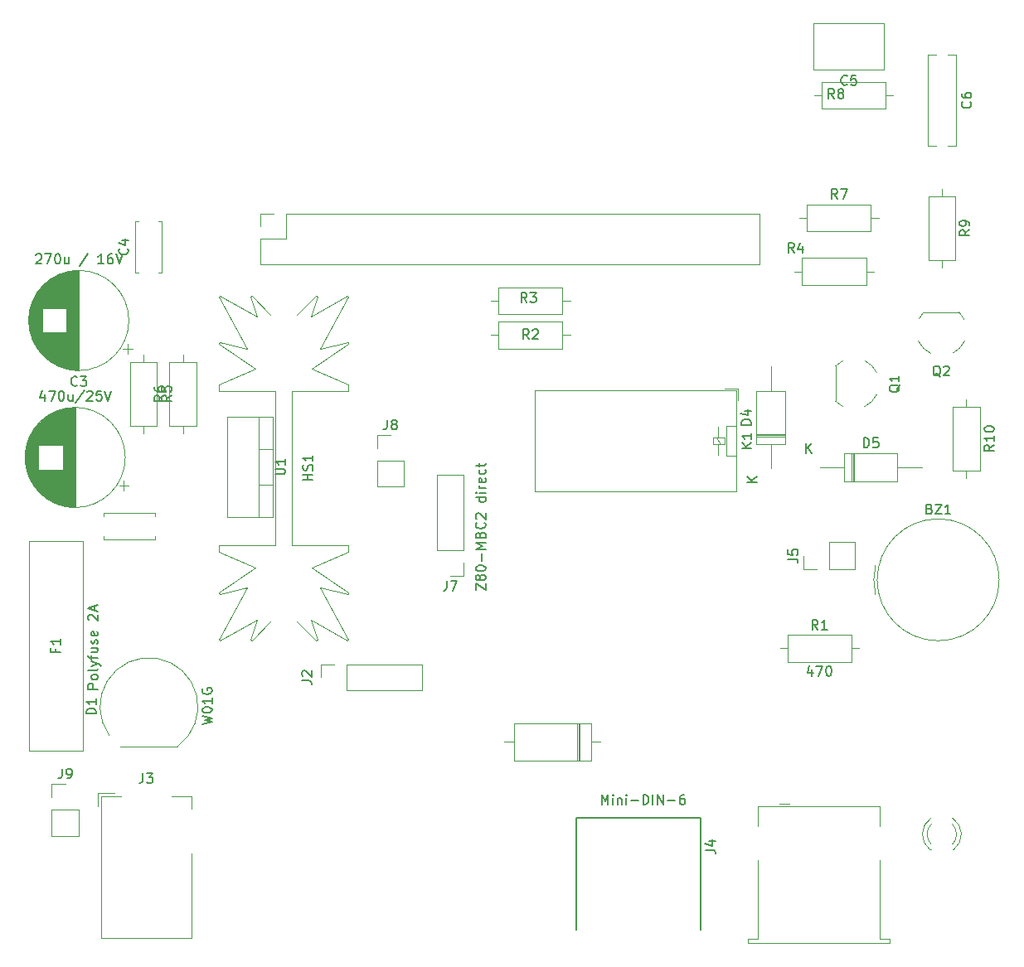
<source format=gto>
G04 #@! TF.GenerationSoftware,KiCad,Pcbnew,9.0.2*
G04 #@! TF.CreationDate,2025-10-12T16:52:18+02:00*
G04 #@! TF.ProjectId,VT100,50695a65-726f-45f5-9654-3130302e6b69,rev?*
G04 #@! TF.SameCoordinates,PX5e9ac00PYa0ca1c0*
G04 #@! TF.FileFunction,Legend,Top*
G04 #@! TF.FilePolarity,Positive*
%FSLAX46Y46*%
G04 Gerber Fmt 4.6, Leading zero omitted, Abs format (unit mm)*
G04 Created by KiCad (PCBNEW 9.0.2) date 2025-10-12 16:52:18*
%MOMM*%
%LPD*%
G01*
G04 APERTURE LIST*
%ADD10C,0.150000*%
%ADD11C,0.120000*%
G04 APERTURE END LIST*
D10*
X12216666Y17345181D02*
X12216666Y16630896D01*
X12216666Y16630896D02*
X12169047Y16488039D01*
X12169047Y16488039D02*
X12073809Y16392800D01*
X12073809Y16392800D02*
X11930952Y16345181D01*
X11930952Y16345181D02*
X11835714Y16345181D01*
X12597619Y17345181D02*
X13216666Y17345181D01*
X13216666Y17345181D02*
X12883333Y16964229D01*
X12883333Y16964229D02*
X13026190Y16964229D01*
X13026190Y16964229D02*
X13121428Y16916610D01*
X13121428Y16916610D02*
X13169047Y16868991D01*
X13169047Y16868991D02*
X13216666Y16773753D01*
X13216666Y16773753D02*
X13216666Y16535658D01*
X13216666Y16535658D02*
X13169047Y16440420D01*
X13169047Y16440420D02*
X13121428Y16392800D01*
X13121428Y16392800D02*
X13026190Y16345181D01*
X13026190Y16345181D02*
X12740476Y16345181D01*
X12740476Y16345181D02*
X12645238Y16392800D01*
X12645238Y16392800D02*
X12597619Y16440420D01*
X15124819Y55933334D02*
X14648628Y55600001D01*
X15124819Y55361906D02*
X14124819Y55361906D01*
X14124819Y55361906D02*
X14124819Y55742858D01*
X14124819Y55742858D02*
X14172438Y55838096D01*
X14172438Y55838096D02*
X14220057Y55885715D01*
X14220057Y55885715D02*
X14315295Y55933334D01*
X14315295Y55933334D02*
X14458152Y55933334D01*
X14458152Y55933334D02*
X14553390Y55885715D01*
X14553390Y55885715D02*
X14601009Y55838096D01*
X14601009Y55838096D02*
X14648628Y55742858D01*
X14648628Y55742858D02*
X14648628Y55361906D01*
X14124819Y56838096D02*
X14124819Y56361906D01*
X14124819Y56361906D02*
X14601009Y56314287D01*
X14601009Y56314287D02*
X14553390Y56361906D01*
X14553390Y56361906D02*
X14505771Y56457144D01*
X14505771Y56457144D02*
X14505771Y56695239D01*
X14505771Y56695239D02*
X14553390Y56790477D01*
X14553390Y56790477D02*
X14601009Y56838096D01*
X14601009Y56838096D02*
X14696247Y56885715D01*
X14696247Y56885715D02*
X14934342Y56885715D01*
X14934342Y56885715D02*
X15029580Y56838096D01*
X15029580Y56838096D02*
X15077200Y56790477D01*
X15077200Y56790477D02*
X15124819Y56695239D01*
X15124819Y56695239D02*
X15124819Y56457144D01*
X15124819Y56457144D02*
X15077200Y56361906D01*
X15077200Y56361906D02*
X15029580Y56314287D01*
X28444819Y26816667D02*
X29159104Y26816667D01*
X29159104Y26816667D02*
X29301961Y26769048D01*
X29301961Y26769048D02*
X29397200Y26673810D01*
X29397200Y26673810D02*
X29444819Y26530953D01*
X29444819Y26530953D02*
X29444819Y26435715D01*
X28540057Y27245239D02*
X28492438Y27292858D01*
X28492438Y27292858D02*
X28444819Y27388096D01*
X28444819Y27388096D02*
X28444819Y27626191D01*
X28444819Y27626191D02*
X28492438Y27721429D01*
X28492438Y27721429D02*
X28540057Y27769048D01*
X28540057Y27769048D02*
X28635295Y27816667D01*
X28635295Y27816667D02*
X28730533Y27816667D01*
X28730533Y27816667D02*
X28873390Y27769048D01*
X28873390Y27769048D02*
X29444819Y27197620D01*
X29444819Y27197620D02*
X29444819Y27816667D01*
X89540057Y57034762D02*
X89492438Y56939524D01*
X89492438Y56939524D02*
X89397200Y56844286D01*
X89397200Y56844286D02*
X89254342Y56701429D01*
X89254342Y56701429D02*
X89206723Y56606191D01*
X89206723Y56606191D02*
X89206723Y56510953D01*
X89444819Y56558572D02*
X89397200Y56463334D01*
X89397200Y56463334D02*
X89301961Y56368096D01*
X89301961Y56368096D02*
X89111485Y56320477D01*
X89111485Y56320477D02*
X88778152Y56320477D01*
X88778152Y56320477D02*
X88587676Y56368096D01*
X88587676Y56368096D02*
X88492438Y56463334D01*
X88492438Y56463334D02*
X88444819Y56558572D01*
X88444819Y56558572D02*
X88444819Y56749048D01*
X88444819Y56749048D02*
X88492438Y56844286D01*
X88492438Y56844286D02*
X88587676Y56939524D01*
X88587676Y56939524D02*
X88778152Y56987143D01*
X88778152Y56987143D02*
X89111485Y56987143D01*
X89111485Y56987143D02*
X89301961Y56939524D01*
X89301961Y56939524D02*
X89397200Y56844286D01*
X89397200Y56844286D02*
X89444819Y56749048D01*
X89444819Y56749048D02*
X89444819Y56558572D01*
X89444819Y57939524D02*
X89444819Y57368096D01*
X89444819Y57653810D02*
X88444819Y57653810D01*
X88444819Y57653810D02*
X88587676Y57558572D01*
X88587676Y57558572D02*
X88682914Y57463334D01*
X88682914Y57463334D02*
X88730533Y57368096D01*
X96709580Y85933334D02*
X96757200Y85885715D01*
X96757200Y85885715D02*
X96804819Y85742858D01*
X96804819Y85742858D02*
X96804819Y85647620D01*
X96804819Y85647620D02*
X96757200Y85504763D01*
X96757200Y85504763D02*
X96661961Y85409525D01*
X96661961Y85409525D02*
X96566723Y85361906D01*
X96566723Y85361906D02*
X96376247Y85314287D01*
X96376247Y85314287D02*
X96233390Y85314287D01*
X96233390Y85314287D02*
X96042914Y85361906D01*
X96042914Y85361906D02*
X95947676Y85409525D01*
X95947676Y85409525D02*
X95852438Y85504763D01*
X95852438Y85504763D02*
X95804819Y85647620D01*
X95804819Y85647620D02*
X95804819Y85742858D01*
X95804819Y85742858D02*
X95852438Y85885715D01*
X95852438Y85885715D02*
X95900057Y85933334D01*
X95804819Y86790477D02*
X95804819Y86600001D01*
X95804819Y86600001D02*
X95852438Y86504763D01*
X95852438Y86504763D02*
X95900057Y86457144D01*
X95900057Y86457144D02*
X96042914Y86361906D01*
X96042914Y86361906D02*
X96233390Y86314287D01*
X96233390Y86314287D02*
X96614342Y86314287D01*
X96614342Y86314287D02*
X96709580Y86361906D01*
X96709580Y86361906D02*
X96757200Y86409525D01*
X96757200Y86409525D02*
X96804819Y86504763D01*
X96804819Y86504763D02*
X96804819Y86695239D01*
X96804819Y86695239D02*
X96757200Y86790477D01*
X96757200Y86790477D02*
X96709580Y86838096D01*
X96709580Y86838096D02*
X96614342Y86885715D01*
X96614342Y86885715D02*
X96376247Y86885715D01*
X96376247Y86885715D02*
X96281009Y86838096D01*
X96281009Y86838096D02*
X96233390Y86790477D01*
X96233390Y86790477D02*
X96185771Y86695239D01*
X96185771Y86695239D02*
X96185771Y86504763D01*
X96185771Y86504763D02*
X96233390Y86409525D01*
X96233390Y86409525D02*
X96281009Y86361906D01*
X96281009Y86361906D02*
X96376247Y86314287D01*
X25754819Y47878096D02*
X26564342Y47878096D01*
X26564342Y47878096D02*
X26659580Y47925715D01*
X26659580Y47925715D02*
X26707200Y47973334D01*
X26707200Y47973334D02*
X26754819Y48068572D01*
X26754819Y48068572D02*
X26754819Y48259048D01*
X26754819Y48259048D02*
X26707200Y48354286D01*
X26707200Y48354286D02*
X26659580Y48401905D01*
X26659580Y48401905D02*
X26564342Y48449524D01*
X26564342Y48449524D02*
X25754819Y48449524D01*
X26754819Y49449524D02*
X26754819Y48878096D01*
X26754819Y49163810D02*
X25754819Y49163810D01*
X25754819Y49163810D02*
X25897676Y49068572D01*
X25897676Y49068572D02*
X25992914Y48973334D01*
X25992914Y48973334D02*
X26040533Y48878096D01*
X84133333Y87740420D02*
X84085714Y87692800D01*
X84085714Y87692800D02*
X83942857Y87645181D01*
X83942857Y87645181D02*
X83847619Y87645181D01*
X83847619Y87645181D02*
X83704762Y87692800D01*
X83704762Y87692800D02*
X83609524Y87788039D01*
X83609524Y87788039D02*
X83561905Y87883277D01*
X83561905Y87883277D02*
X83514286Y88073753D01*
X83514286Y88073753D02*
X83514286Y88216610D01*
X83514286Y88216610D02*
X83561905Y88407086D01*
X83561905Y88407086D02*
X83609524Y88502324D01*
X83609524Y88502324D02*
X83704762Y88597562D01*
X83704762Y88597562D02*
X83847619Y88645181D01*
X83847619Y88645181D02*
X83942857Y88645181D01*
X83942857Y88645181D02*
X84085714Y88597562D01*
X84085714Y88597562D02*
X84133333Y88549943D01*
X85038095Y88645181D02*
X84561905Y88645181D01*
X84561905Y88645181D02*
X84514286Y88168991D01*
X84514286Y88168991D02*
X84561905Y88216610D01*
X84561905Y88216610D02*
X84657143Y88264229D01*
X84657143Y88264229D02*
X84895238Y88264229D01*
X84895238Y88264229D02*
X84990476Y88216610D01*
X84990476Y88216610D02*
X85038095Y88168991D01*
X85038095Y88168991D02*
X85085714Y88073753D01*
X85085714Y88073753D02*
X85085714Y87835658D01*
X85085714Y87835658D02*
X85038095Y87740420D01*
X85038095Y87740420D02*
X84990476Y87692800D01*
X84990476Y87692800D02*
X84895238Y87645181D01*
X84895238Y87645181D02*
X84657143Y87645181D01*
X84657143Y87645181D02*
X84561905Y87692800D01*
X84561905Y87692800D02*
X84514286Y87740420D01*
X5501010Y56990420D02*
X5453391Y56942800D01*
X5453391Y56942800D02*
X5310534Y56895181D01*
X5310534Y56895181D02*
X5215296Y56895181D01*
X5215296Y56895181D02*
X5072439Y56942800D01*
X5072439Y56942800D02*
X4977201Y57038039D01*
X4977201Y57038039D02*
X4929582Y57133277D01*
X4929582Y57133277D02*
X4881963Y57323753D01*
X4881963Y57323753D02*
X4881963Y57466610D01*
X4881963Y57466610D02*
X4929582Y57657086D01*
X4929582Y57657086D02*
X4977201Y57752324D01*
X4977201Y57752324D02*
X5072439Y57847562D01*
X5072439Y57847562D02*
X5215296Y57895181D01*
X5215296Y57895181D02*
X5310534Y57895181D01*
X5310534Y57895181D02*
X5453391Y57847562D01*
X5453391Y57847562D02*
X5501010Y57799943D01*
X5834344Y57895181D02*
X6453391Y57895181D01*
X6453391Y57895181D02*
X6120058Y57514229D01*
X6120058Y57514229D02*
X6262915Y57514229D01*
X6262915Y57514229D02*
X6358153Y57466610D01*
X6358153Y57466610D02*
X6405772Y57418991D01*
X6405772Y57418991D02*
X6453391Y57323753D01*
X6453391Y57323753D02*
X6453391Y57085658D01*
X6453391Y57085658D02*
X6405772Y56990420D01*
X6405772Y56990420D02*
X6358153Y56942800D01*
X6358153Y56942800D02*
X6262915Y56895181D01*
X6262915Y56895181D02*
X5977201Y56895181D01*
X5977201Y56895181D02*
X5881963Y56942800D01*
X5881963Y56942800D02*
X5834344Y56990420D01*
X1310534Y70299943D02*
X1358153Y70347562D01*
X1358153Y70347562D02*
X1453391Y70395181D01*
X1453391Y70395181D02*
X1691486Y70395181D01*
X1691486Y70395181D02*
X1786724Y70347562D01*
X1786724Y70347562D02*
X1834343Y70299943D01*
X1834343Y70299943D02*
X1881962Y70204705D01*
X1881962Y70204705D02*
X1881962Y70109467D01*
X1881962Y70109467D02*
X1834343Y69966610D01*
X1834343Y69966610D02*
X1262915Y69395181D01*
X1262915Y69395181D02*
X1881962Y69395181D01*
X2215296Y70395181D02*
X2881962Y70395181D01*
X2881962Y70395181D02*
X2453391Y69395181D01*
X3453391Y70395181D02*
X3548629Y70395181D01*
X3548629Y70395181D02*
X3643867Y70347562D01*
X3643867Y70347562D02*
X3691486Y70299943D01*
X3691486Y70299943D02*
X3739105Y70204705D01*
X3739105Y70204705D02*
X3786724Y70014229D01*
X3786724Y70014229D02*
X3786724Y69776134D01*
X3786724Y69776134D02*
X3739105Y69585658D01*
X3739105Y69585658D02*
X3691486Y69490420D01*
X3691486Y69490420D02*
X3643867Y69442800D01*
X3643867Y69442800D02*
X3548629Y69395181D01*
X3548629Y69395181D02*
X3453391Y69395181D01*
X3453391Y69395181D02*
X3358153Y69442800D01*
X3358153Y69442800D02*
X3310534Y69490420D01*
X3310534Y69490420D02*
X3262915Y69585658D01*
X3262915Y69585658D02*
X3215296Y69776134D01*
X3215296Y69776134D02*
X3215296Y70014229D01*
X3215296Y70014229D02*
X3262915Y70204705D01*
X3262915Y70204705D02*
X3310534Y70299943D01*
X3310534Y70299943D02*
X3358153Y70347562D01*
X3358153Y70347562D02*
X3453391Y70395181D01*
X4643867Y70061848D02*
X4643867Y69395181D01*
X4215296Y70061848D02*
X4215296Y69538039D01*
X4215296Y69538039D02*
X4262915Y69442800D01*
X4262915Y69442800D02*
X4358153Y69395181D01*
X4358153Y69395181D02*
X4501010Y69395181D01*
X4501010Y69395181D02*
X4596248Y69442800D01*
X4596248Y69442800D02*
X4643867Y69490420D01*
X6596248Y70442800D02*
X5739106Y69157086D01*
X8215296Y69395181D02*
X7643868Y69395181D01*
X7929582Y69395181D02*
X7929582Y70395181D01*
X7929582Y70395181D02*
X7834344Y70252324D01*
X7834344Y70252324D02*
X7739106Y70157086D01*
X7739106Y70157086D02*
X7643868Y70109467D01*
X9072439Y70395181D02*
X8881963Y70395181D01*
X8881963Y70395181D02*
X8786725Y70347562D01*
X8786725Y70347562D02*
X8739106Y70299943D01*
X8739106Y70299943D02*
X8643868Y70157086D01*
X8643868Y70157086D02*
X8596249Y69966610D01*
X8596249Y69966610D02*
X8596249Y69585658D01*
X8596249Y69585658D02*
X8643868Y69490420D01*
X8643868Y69490420D02*
X8691487Y69442800D01*
X8691487Y69442800D02*
X8786725Y69395181D01*
X8786725Y69395181D02*
X8977201Y69395181D01*
X8977201Y69395181D02*
X9072439Y69442800D01*
X9072439Y69442800D02*
X9120058Y69490420D01*
X9120058Y69490420D02*
X9167677Y69585658D01*
X9167677Y69585658D02*
X9167677Y69823753D01*
X9167677Y69823753D02*
X9120058Y69918991D01*
X9120058Y69918991D02*
X9072439Y69966610D01*
X9072439Y69966610D02*
X8977201Y70014229D01*
X8977201Y70014229D02*
X8786725Y70014229D01*
X8786725Y70014229D02*
X8691487Y69966610D01*
X8691487Y69966610D02*
X8643868Y69918991D01*
X8643868Y69918991D02*
X8596249Y69823753D01*
X9453392Y70395181D02*
X9786725Y69395181D01*
X9786725Y69395181D02*
X10120058Y70395181D01*
X3281009Y30016667D02*
X3281009Y29683334D01*
X3804819Y29683334D02*
X2804819Y29683334D01*
X2804819Y29683334D02*
X2804819Y30159524D01*
X3804819Y31064286D02*
X3804819Y30492858D01*
X3804819Y30778572D02*
X2804819Y30778572D01*
X2804819Y30778572D02*
X2947676Y30683334D01*
X2947676Y30683334D02*
X3042914Y30588096D01*
X3042914Y30588096D02*
X3090533Y30492858D01*
X7604819Y25935714D02*
X6604819Y25935714D01*
X6604819Y25935714D02*
X6604819Y26316666D01*
X6604819Y26316666D02*
X6652438Y26411904D01*
X6652438Y26411904D02*
X6700057Y26459523D01*
X6700057Y26459523D02*
X6795295Y26507142D01*
X6795295Y26507142D02*
X6938152Y26507142D01*
X6938152Y26507142D02*
X7033390Y26459523D01*
X7033390Y26459523D02*
X7081009Y26411904D01*
X7081009Y26411904D02*
X7128628Y26316666D01*
X7128628Y26316666D02*
X7128628Y25935714D01*
X7604819Y27078571D02*
X7557200Y26983333D01*
X7557200Y26983333D02*
X7509580Y26935714D01*
X7509580Y26935714D02*
X7414342Y26888095D01*
X7414342Y26888095D02*
X7128628Y26888095D01*
X7128628Y26888095D02*
X7033390Y26935714D01*
X7033390Y26935714D02*
X6985771Y26983333D01*
X6985771Y26983333D02*
X6938152Y27078571D01*
X6938152Y27078571D02*
X6938152Y27221428D01*
X6938152Y27221428D02*
X6985771Y27316666D01*
X6985771Y27316666D02*
X7033390Y27364285D01*
X7033390Y27364285D02*
X7128628Y27411904D01*
X7128628Y27411904D02*
X7414342Y27411904D01*
X7414342Y27411904D02*
X7509580Y27364285D01*
X7509580Y27364285D02*
X7557200Y27316666D01*
X7557200Y27316666D02*
X7604819Y27221428D01*
X7604819Y27221428D02*
X7604819Y27078571D01*
X7604819Y27983333D02*
X7557200Y27888095D01*
X7557200Y27888095D02*
X7461961Y27840476D01*
X7461961Y27840476D02*
X6604819Y27840476D01*
X6938152Y28269048D02*
X7604819Y28507143D01*
X6938152Y28745238D02*
X7604819Y28507143D01*
X7604819Y28507143D02*
X7842914Y28411905D01*
X7842914Y28411905D02*
X7890533Y28364286D01*
X7890533Y28364286D02*
X7938152Y28269048D01*
X6938152Y28983334D02*
X6938152Y29364286D01*
X7604819Y29126191D02*
X6747676Y29126191D01*
X6747676Y29126191D02*
X6652438Y29173810D01*
X6652438Y29173810D02*
X6604819Y29269048D01*
X6604819Y29269048D02*
X6604819Y29364286D01*
X6938152Y30126191D02*
X7604819Y30126191D01*
X6938152Y29697620D02*
X7461961Y29697620D01*
X7461961Y29697620D02*
X7557200Y29745239D01*
X7557200Y29745239D02*
X7604819Y29840477D01*
X7604819Y29840477D02*
X7604819Y29983334D01*
X7604819Y29983334D02*
X7557200Y30078572D01*
X7557200Y30078572D02*
X7509580Y30126191D01*
X7557200Y30554763D02*
X7604819Y30650001D01*
X7604819Y30650001D02*
X7604819Y30840477D01*
X7604819Y30840477D02*
X7557200Y30935715D01*
X7557200Y30935715D02*
X7461961Y30983334D01*
X7461961Y30983334D02*
X7414342Y30983334D01*
X7414342Y30983334D02*
X7319104Y30935715D01*
X7319104Y30935715D02*
X7271485Y30840477D01*
X7271485Y30840477D02*
X7271485Y30697620D01*
X7271485Y30697620D02*
X7223866Y30602382D01*
X7223866Y30602382D02*
X7128628Y30554763D01*
X7128628Y30554763D02*
X7081009Y30554763D01*
X7081009Y30554763D02*
X6985771Y30602382D01*
X6985771Y30602382D02*
X6938152Y30697620D01*
X6938152Y30697620D02*
X6938152Y30840477D01*
X6938152Y30840477D02*
X6985771Y30935715D01*
X7557200Y31792858D02*
X7604819Y31697620D01*
X7604819Y31697620D02*
X7604819Y31507144D01*
X7604819Y31507144D02*
X7557200Y31411906D01*
X7557200Y31411906D02*
X7461961Y31364287D01*
X7461961Y31364287D02*
X7081009Y31364287D01*
X7081009Y31364287D02*
X6985771Y31411906D01*
X6985771Y31411906D02*
X6938152Y31507144D01*
X6938152Y31507144D02*
X6938152Y31697620D01*
X6938152Y31697620D02*
X6985771Y31792858D01*
X6985771Y31792858D02*
X7081009Y31840477D01*
X7081009Y31840477D02*
X7176247Y31840477D01*
X7176247Y31840477D02*
X7271485Y31364287D01*
X6700057Y32983335D02*
X6652438Y33030954D01*
X6652438Y33030954D02*
X6604819Y33126192D01*
X6604819Y33126192D02*
X6604819Y33364287D01*
X6604819Y33364287D02*
X6652438Y33459525D01*
X6652438Y33459525D02*
X6700057Y33507144D01*
X6700057Y33507144D02*
X6795295Y33554763D01*
X6795295Y33554763D02*
X6890533Y33554763D01*
X6890533Y33554763D02*
X7033390Y33507144D01*
X7033390Y33507144D02*
X7604819Y32935716D01*
X7604819Y32935716D02*
X7604819Y33554763D01*
X7319104Y33935716D02*
X7319104Y34411906D01*
X7604819Y33840478D02*
X6604819Y34173811D01*
X6604819Y34173811D02*
X7604819Y34507144D01*
X69684319Y9491867D02*
X70398604Y9491867D01*
X70398604Y9491867D02*
X70541461Y9444248D01*
X70541461Y9444248D02*
X70636700Y9349010D01*
X70636700Y9349010D02*
X70684319Y9206153D01*
X70684319Y9206153D02*
X70684319Y9110915D01*
X70017652Y10396629D02*
X70684319Y10396629D01*
X69636700Y10158534D02*
X70350985Y9920439D01*
X70350985Y9920439D02*
X70350985Y10539486D01*
X59061906Y14145181D02*
X59061906Y15145181D01*
X59061906Y15145181D02*
X59395239Y14430896D01*
X59395239Y14430896D02*
X59728572Y15145181D01*
X59728572Y15145181D02*
X59728572Y14145181D01*
X60204763Y14145181D02*
X60204763Y14811848D01*
X60204763Y15145181D02*
X60157144Y15097562D01*
X60157144Y15097562D02*
X60204763Y15049943D01*
X60204763Y15049943D02*
X60252382Y15097562D01*
X60252382Y15097562D02*
X60204763Y15145181D01*
X60204763Y15145181D02*
X60204763Y15049943D01*
X60680953Y14811848D02*
X60680953Y14145181D01*
X60680953Y14716610D02*
X60728572Y14764229D01*
X60728572Y14764229D02*
X60823810Y14811848D01*
X60823810Y14811848D02*
X60966667Y14811848D01*
X60966667Y14811848D02*
X61061905Y14764229D01*
X61061905Y14764229D02*
X61109524Y14668991D01*
X61109524Y14668991D02*
X61109524Y14145181D01*
X61585715Y14145181D02*
X61585715Y14811848D01*
X61585715Y15145181D02*
X61538096Y15097562D01*
X61538096Y15097562D02*
X61585715Y15049943D01*
X61585715Y15049943D02*
X61633334Y15097562D01*
X61633334Y15097562D02*
X61585715Y15145181D01*
X61585715Y15145181D02*
X61585715Y15049943D01*
X62061905Y14526134D02*
X62823810Y14526134D01*
X63300000Y14145181D02*
X63300000Y15145181D01*
X63300000Y15145181D02*
X63538095Y15145181D01*
X63538095Y15145181D02*
X63680952Y15097562D01*
X63680952Y15097562D02*
X63776190Y15002324D01*
X63776190Y15002324D02*
X63823809Y14907086D01*
X63823809Y14907086D02*
X63871428Y14716610D01*
X63871428Y14716610D02*
X63871428Y14573753D01*
X63871428Y14573753D02*
X63823809Y14383277D01*
X63823809Y14383277D02*
X63776190Y14288039D01*
X63776190Y14288039D02*
X63680952Y14192800D01*
X63680952Y14192800D02*
X63538095Y14145181D01*
X63538095Y14145181D02*
X63300000Y14145181D01*
X64300000Y14145181D02*
X64300000Y15145181D01*
X64776190Y14145181D02*
X64776190Y15145181D01*
X64776190Y15145181D02*
X65347618Y14145181D01*
X65347618Y14145181D02*
X65347618Y15145181D01*
X65823809Y14526134D02*
X66585714Y14526134D01*
X67490475Y15145181D02*
X67299999Y15145181D01*
X67299999Y15145181D02*
X67204761Y15097562D01*
X67204761Y15097562D02*
X67157142Y15049943D01*
X67157142Y15049943D02*
X67061904Y14907086D01*
X67061904Y14907086D02*
X67014285Y14716610D01*
X67014285Y14716610D02*
X67014285Y14335658D01*
X67014285Y14335658D02*
X67061904Y14240420D01*
X67061904Y14240420D02*
X67109523Y14192800D01*
X67109523Y14192800D02*
X67204761Y14145181D01*
X67204761Y14145181D02*
X67395237Y14145181D01*
X67395237Y14145181D02*
X67490475Y14192800D01*
X67490475Y14192800D02*
X67538094Y14240420D01*
X67538094Y14240420D02*
X67585713Y14335658D01*
X67585713Y14335658D02*
X67585713Y14573753D01*
X67585713Y14573753D02*
X67538094Y14668991D01*
X67538094Y14668991D02*
X67490475Y14716610D01*
X67490475Y14716610D02*
X67395237Y14764229D01*
X67395237Y14764229D02*
X67204761Y14764229D01*
X67204761Y14764229D02*
X67109523Y14716610D01*
X67109523Y14716610D02*
X67061904Y14668991D01*
X67061904Y14668991D02*
X67014285Y14573753D01*
X93654761Y57859943D02*
X93559523Y57907562D01*
X93559523Y57907562D02*
X93464285Y58002800D01*
X93464285Y58002800D02*
X93321428Y58145658D01*
X93321428Y58145658D02*
X93226190Y58193277D01*
X93226190Y58193277D02*
X93130952Y58193277D01*
X93178571Y57955181D02*
X93083333Y58002800D01*
X93083333Y58002800D02*
X92988095Y58098039D01*
X92988095Y58098039D02*
X92940476Y58288515D01*
X92940476Y58288515D02*
X92940476Y58621848D01*
X92940476Y58621848D02*
X92988095Y58812324D01*
X92988095Y58812324D02*
X93083333Y58907562D01*
X93083333Y58907562D02*
X93178571Y58955181D01*
X93178571Y58955181D02*
X93369047Y58955181D01*
X93369047Y58955181D02*
X93464285Y58907562D01*
X93464285Y58907562D02*
X93559523Y58812324D01*
X93559523Y58812324D02*
X93607142Y58621848D01*
X93607142Y58621848D02*
X93607142Y58288515D01*
X93607142Y58288515D02*
X93559523Y58098039D01*
X93559523Y58098039D02*
X93464285Y58002800D01*
X93464285Y58002800D02*
X93369047Y57955181D01*
X93369047Y57955181D02*
X93178571Y57955181D01*
X93988095Y58859943D02*
X94035714Y58907562D01*
X94035714Y58907562D02*
X94130952Y58955181D01*
X94130952Y58955181D02*
X94369047Y58955181D01*
X94369047Y58955181D02*
X94464285Y58907562D01*
X94464285Y58907562D02*
X94511904Y58859943D01*
X94511904Y58859943D02*
X94559523Y58764705D01*
X94559523Y58764705D02*
X94559523Y58669467D01*
X94559523Y58669467D02*
X94511904Y58526610D01*
X94511904Y58526610D02*
X93940476Y57955181D01*
X93940476Y57955181D02*
X94559523Y57955181D01*
X82813333Y86275181D02*
X82480000Y86751372D01*
X82241905Y86275181D02*
X82241905Y87275181D01*
X82241905Y87275181D02*
X82622857Y87275181D01*
X82622857Y87275181D02*
X82718095Y87227562D01*
X82718095Y87227562D02*
X82765714Y87179943D01*
X82765714Y87179943D02*
X82813333Y87084705D01*
X82813333Y87084705D02*
X82813333Y86941848D01*
X82813333Y86941848D02*
X82765714Y86846610D01*
X82765714Y86846610D02*
X82718095Y86798991D01*
X82718095Y86798991D02*
X82622857Y86751372D01*
X82622857Y86751372D02*
X82241905Y86751372D01*
X83384762Y86846610D02*
X83289524Y86894229D01*
X83289524Y86894229D02*
X83241905Y86941848D01*
X83241905Y86941848D02*
X83194286Y87037086D01*
X83194286Y87037086D02*
X83194286Y87084705D01*
X83194286Y87084705D02*
X83241905Y87179943D01*
X83241905Y87179943D02*
X83289524Y87227562D01*
X83289524Y87227562D02*
X83384762Y87275181D01*
X83384762Y87275181D02*
X83575238Y87275181D01*
X83575238Y87275181D02*
X83670476Y87227562D01*
X83670476Y87227562D02*
X83718095Y87179943D01*
X83718095Y87179943D02*
X83765714Y87084705D01*
X83765714Y87084705D02*
X83765714Y87037086D01*
X83765714Y87037086D02*
X83718095Y86941848D01*
X83718095Y86941848D02*
X83670476Y86894229D01*
X83670476Y86894229D02*
X83575238Y86846610D01*
X83575238Y86846610D02*
X83384762Y86846610D01*
X83384762Y86846610D02*
X83289524Y86798991D01*
X83289524Y86798991D02*
X83241905Y86751372D01*
X83241905Y86751372D02*
X83194286Y86656134D01*
X83194286Y86656134D02*
X83194286Y86465658D01*
X83194286Y86465658D02*
X83241905Y86370420D01*
X83241905Y86370420D02*
X83289524Y86322800D01*
X83289524Y86322800D02*
X83384762Y86275181D01*
X83384762Y86275181D02*
X83575238Y86275181D01*
X83575238Y86275181D02*
X83670476Y86322800D01*
X83670476Y86322800D02*
X83718095Y86370420D01*
X83718095Y86370420D02*
X83765714Y86465658D01*
X83765714Y86465658D02*
X83765714Y86656134D01*
X83765714Y86656134D02*
X83718095Y86751372D01*
X83718095Y86751372D02*
X83670476Y86798991D01*
X83670476Y86798991D02*
X83575238Y86846610D01*
X51433333Y65445181D02*
X51100000Y65921372D01*
X50861905Y65445181D02*
X50861905Y66445181D01*
X50861905Y66445181D02*
X51242857Y66445181D01*
X51242857Y66445181D02*
X51338095Y66397562D01*
X51338095Y66397562D02*
X51385714Y66349943D01*
X51385714Y66349943D02*
X51433333Y66254705D01*
X51433333Y66254705D02*
X51433333Y66111848D01*
X51433333Y66111848D02*
X51385714Y66016610D01*
X51385714Y66016610D02*
X51338095Y65968991D01*
X51338095Y65968991D02*
X51242857Y65921372D01*
X51242857Y65921372D02*
X50861905Y65921372D01*
X51766667Y66445181D02*
X52385714Y66445181D01*
X52385714Y66445181D02*
X52052381Y66064229D01*
X52052381Y66064229D02*
X52195238Y66064229D01*
X52195238Y66064229D02*
X52290476Y66016610D01*
X52290476Y66016610D02*
X52338095Y65968991D01*
X52338095Y65968991D02*
X52385714Y65873753D01*
X52385714Y65873753D02*
X52385714Y65635658D01*
X52385714Y65635658D02*
X52338095Y65540420D01*
X52338095Y65540420D02*
X52290476Y65492800D01*
X52290476Y65492800D02*
X52195238Y65445181D01*
X52195238Y65445181D02*
X51909524Y65445181D01*
X51909524Y65445181D02*
X51814286Y65492800D01*
X51814286Y65492800D02*
X51766667Y65540420D01*
X85811905Y50615181D02*
X85811905Y51615181D01*
X85811905Y51615181D02*
X86050000Y51615181D01*
X86050000Y51615181D02*
X86192857Y51567562D01*
X86192857Y51567562D02*
X86288095Y51472324D01*
X86288095Y51472324D02*
X86335714Y51377086D01*
X86335714Y51377086D02*
X86383333Y51186610D01*
X86383333Y51186610D02*
X86383333Y51043753D01*
X86383333Y51043753D02*
X86335714Y50853277D01*
X86335714Y50853277D02*
X86288095Y50758039D01*
X86288095Y50758039D02*
X86192857Y50662800D01*
X86192857Y50662800D02*
X86050000Y50615181D01*
X86050000Y50615181D02*
X85811905Y50615181D01*
X87288095Y51615181D02*
X86811905Y51615181D01*
X86811905Y51615181D02*
X86764286Y51138991D01*
X86764286Y51138991D02*
X86811905Y51186610D01*
X86811905Y51186610D02*
X86907143Y51234229D01*
X86907143Y51234229D02*
X87145238Y51234229D01*
X87145238Y51234229D02*
X87240476Y51186610D01*
X87240476Y51186610D02*
X87288095Y51138991D01*
X87288095Y51138991D02*
X87335714Y51043753D01*
X87335714Y51043753D02*
X87335714Y50805658D01*
X87335714Y50805658D02*
X87288095Y50710420D01*
X87288095Y50710420D02*
X87240476Y50662800D01*
X87240476Y50662800D02*
X87145238Y50615181D01*
X87145238Y50615181D02*
X86907143Y50615181D01*
X86907143Y50615181D02*
X86811905Y50662800D01*
X86811905Y50662800D02*
X86764286Y50710420D01*
X79938095Y50045181D02*
X79938095Y51045181D01*
X80509523Y50045181D02*
X80080952Y50616610D01*
X80509523Y51045181D02*
X79938095Y50473753D01*
X37166666Y53450181D02*
X37166666Y52735896D01*
X37166666Y52735896D02*
X37119047Y52593039D01*
X37119047Y52593039D02*
X37023809Y52497800D01*
X37023809Y52497800D02*
X36880952Y52450181D01*
X36880952Y52450181D02*
X36785714Y52450181D01*
X37785714Y53021610D02*
X37690476Y53069229D01*
X37690476Y53069229D02*
X37642857Y53116848D01*
X37642857Y53116848D02*
X37595238Y53212086D01*
X37595238Y53212086D02*
X37595238Y53259705D01*
X37595238Y53259705D02*
X37642857Y53354943D01*
X37642857Y53354943D02*
X37690476Y53402562D01*
X37690476Y53402562D02*
X37785714Y53450181D01*
X37785714Y53450181D02*
X37976190Y53450181D01*
X37976190Y53450181D02*
X38071428Y53402562D01*
X38071428Y53402562D02*
X38119047Y53354943D01*
X38119047Y53354943D02*
X38166666Y53259705D01*
X38166666Y53259705D02*
X38166666Y53212086D01*
X38166666Y53212086D02*
X38119047Y53116848D01*
X38119047Y53116848D02*
X38071428Y53069229D01*
X38071428Y53069229D02*
X37976190Y53021610D01*
X37976190Y53021610D02*
X37785714Y53021610D01*
X37785714Y53021610D02*
X37690476Y52973991D01*
X37690476Y52973991D02*
X37642857Y52926372D01*
X37642857Y52926372D02*
X37595238Y52831134D01*
X37595238Y52831134D02*
X37595238Y52640658D01*
X37595238Y52640658D02*
X37642857Y52545420D01*
X37642857Y52545420D02*
X37690476Y52497800D01*
X37690476Y52497800D02*
X37785714Y52450181D01*
X37785714Y52450181D02*
X37976190Y52450181D01*
X37976190Y52450181D02*
X38071428Y52497800D01*
X38071428Y52497800D02*
X38119047Y52545420D01*
X38119047Y52545420D02*
X38166666Y52640658D01*
X38166666Y52640658D02*
X38166666Y52831134D01*
X38166666Y52831134D02*
X38119047Y52926372D01*
X38119047Y52926372D02*
X38071428Y52973991D01*
X38071428Y52973991D02*
X37976190Y53021610D01*
X74374819Y50551906D02*
X73374819Y50551906D01*
X74374819Y51123334D02*
X73803390Y50694763D01*
X73374819Y51123334D02*
X73946247Y50551906D01*
X74374819Y52075715D02*
X74374819Y51504287D01*
X74374819Y51790001D02*
X73374819Y51790001D01*
X73374819Y51790001D02*
X73517676Y51694763D01*
X73517676Y51694763D02*
X73612914Y51599525D01*
X73612914Y51599525D02*
X73660533Y51504287D01*
X78713333Y70515181D02*
X78380000Y70991372D01*
X78141905Y70515181D02*
X78141905Y71515181D01*
X78141905Y71515181D02*
X78522857Y71515181D01*
X78522857Y71515181D02*
X78618095Y71467562D01*
X78618095Y71467562D02*
X78665714Y71419943D01*
X78665714Y71419943D02*
X78713333Y71324705D01*
X78713333Y71324705D02*
X78713333Y71181848D01*
X78713333Y71181848D02*
X78665714Y71086610D01*
X78665714Y71086610D02*
X78618095Y71038991D01*
X78618095Y71038991D02*
X78522857Y70991372D01*
X78522857Y70991372D02*
X78141905Y70991372D01*
X79570476Y71181848D02*
X79570476Y70515181D01*
X79332381Y71562800D02*
X79094286Y70848515D01*
X79094286Y70848515D02*
X79713333Y70848515D01*
X78099819Y39216667D02*
X78814104Y39216667D01*
X78814104Y39216667D02*
X78956961Y39169048D01*
X78956961Y39169048D02*
X79052200Y39073810D01*
X79052200Y39073810D02*
X79099819Y38930953D01*
X79099819Y38930953D02*
X79099819Y38835715D01*
X78099819Y40169048D02*
X78099819Y39692858D01*
X78099819Y39692858D02*
X78576009Y39645239D01*
X78576009Y39645239D02*
X78528390Y39692858D01*
X78528390Y39692858D02*
X78480771Y39788096D01*
X78480771Y39788096D02*
X78480771Y40026191D01*
X78480771Y40026191D02*
X78528390Y40121429D01*
X78528390Y40121429D02*
X78576009Y40169048D01*
X78576009Y40169048D02*
X78671247Y40216667D01*
X78671247Y40216667D02*
X78909342Y40216667D01*
X78909342Y40216667D02*
X79004580Y40169048D01*
X79004580Y40169048D02*
X79052200Y40121429D01*
X79052200Y40121429D02*
X79099819Y40026191D01*
X79099819Y40026191D02*
X79099819Y39788096D01*
X79099819Y39788096D02*
X79052200Y39692858D01*
X79052200Y39692858D02*
X79004580Y39645239D01*
X92548263Y44338991D02*
X92691120Y44291372D01*
X92691120Y44291372D02*
X92738739Y44243753D01*
X92738739Y44243753D02*
X92786358Y44148515D01*
X92786358Y44148515D02*
X92786358Y44005658D01*
X92786358Y44005658D02*
X92738739Y43910420D01*
X92738739Y43910420D02*
X92691120Y43862800D01*
X92691120Y43862800D02*
X92595882Y43815181D01*
X92595882Y43815181D02*
X92214930Y43815181D01*
X92214930Y43815181D02*
X92214930Y44815181D01*
X92214930Y44815181D02*
X92548263Y44815181D01*
X92548263Y44815181D02*
X92643501Y44767562D01*
X92643501Y44767562D02*
X92691120Y44719943D01*
X92691120Y44719943D02*
X92738739Y44624705D01*
X92738739Y44624705D02*
X92738739Y44529467D01*
X92738739Y44529467D02*
X92691120Y44434229D01*
X92691120Y44434229D02*
X92643501Y44386610D01*
X92643501Y44386610D02*
X92548263Y44338991D01*
X92548263Y44338991D02*
X92214930Y44338991D01*
X93119692Y44815181D02*
X93786358Y44815181D01*
X93786358Y44815181D02*
X93119692Y43815181D01*
X93119692Y43815181D02*
X93786358Y43815181D01*
X94691120Y43815181D02*
X94119692Y43815181D01*
X94405406Y43815181D02*
X94405406Y44815181D01*
X94405406Y44815181D02*
X94310168Y44672324D01*
X94310168Y44672324D02*
X94214930Y44577086D01*
X94214930Y44577086D02*
X94119692Y44529467D01*
X7452819Y23401906D02*
X6452819Y23401906D01*
X6452819Y23401906D02*
X6452819Y23640001D01*
X6452819Y23640001D02*
X6500438Y23782858D01*
X6500438Y23782858D02*
X6595676Y23878096D01*
X6595676Y23878096D02*
X6690914Y23925715D01*
X6690914Y23925715D02*
X6881390Y23973334D01*
X6881390Y23973334D02*
X7024247Y23973334D01*
X7024247Y23973334D02*
X7214723Y23925715D01*
X7214723Y23925715D02*
X7309961Y23878096D01*
X7309961Y23878096D02*
X7405200Y23782858D01*
X7405200Y23782858D02*
X7452819Y23640001D01*
X7452819Y23640001D02*
X7452819Y23401906D01*
X7452819Y24925715D02*
X7452819Y24354287D01*
X7452819Y24640001D02*
X6452819Y24640001D01*
X6452819Y24640001D02*
X6595676Y24544763D01*
X6595676Y24544763D02*
X6690914Y24449525D01*
X6690914Y24449525D02*
X6738533Y24354287D01*
X18263819Y22322549D02*
X19263819Y22560644D01*
X19263819Y22560644D02*
X18549533Y22751120D01*
X18549533Y22751120D02*
X19263819Y22941596D01*
X19263819Y22941596D02*
X18263819Y23179691D01*
X18263819Y23751120D02*
X18263819Y23846358D01*
X18263819Y23846358D02*
X18311438Y23941596D01*
X18311438Y23941596D02*
X18359057Y23989215D01*
X18359057Y23989215D02*
X18454295Y24036834D01*
X18454295Y24036834D02*
X18644771Y24084453D01*
X18644771Y24084453D02*
X18882866Y24084453D01*
X18882866Y24084453D02*
X19073342Y24036834D01*
X19073342Y24036834D02*
X19168580Y23989215D01*
X19168580Y23989215D02*
X19216200Y23941596D01*
X19216200Y23941596D02*
X19263819Y23846358D01*
X19263819Y23846358D02*
X19263819Y23751120D01*
X19263819Y23751120D02*
X19216200Y23655882D01*
X19216200Y23655882D02*
X19168580Y23608263D01*
X19168580Y23608263D02*
X19073342Y23560644D01*
X19073342Y23560644D02*
X18882866Y23513025D01*
X18882866Y23513025D02*
X18644771Y23513025D01*
X18644771Y23513025D02*
X18454295Y23560644D01*
X18454295Y23560644D02*
X18359057Y23608263D01*
X18359057Y23608263D02*
X18311438Y23655882D01*
X18311438Y23655882D02*
X18263819Y23751120D01*
X19263819Y25036834D02*
X19263819Y24465406D01*
X19263819Y24751120D02*
X18263819Y24751120D01*
X18263819Y24751120D02*
X18406676Y24655882D01*
X18406676Y24655882D02*
X18501914Y24560644D01*
X18501914Y24560644D02*
X18549533Y24465406D01*
X18311438Y25989215D02*
X18263819Y25893977D01*
X18263819Y25893977D02*
X18263819Y25751120D01*
X18263819Y25751120D02*
X18311438Y25608263D01*
X18311438Y25608263D02*
X18406676Y25513025D01*
X18406676Y25513025D02*
X18501914Y25465406D01*
X18501914Y25465406D02*
X18692390Y25417787D01*
X18692390Y25417787D02*
X18835247Y25417787D01*
X18835247Y25417787D02*
X19025723Y25465406D01*
X19025723Y25465406D02*
X19120961Y25513025D01*
X19120961Y25513025D02*
X19216200Y25608263D01*
X19216200Y25608263D02*
X19263819Y25751120D01*
X19263819Y25751120D02*
X19263819Y25846358D01*
X19263819Y25846358D02*
X19216200Y25989215D01*
X19216200Y25989215D02*
X19168580Y26036834D01*
X19168580Y26036834D02*
X18835247Y26036834D01*
X18835247Y26036834D02*
X18835247Y25846358D01*
X74324819Y52941906D02*
X73324819Y52941906D01*
X73324819Y52941906D02*
X73324819Y53180001D01*
X73324819Y53180001D02*
X73372438Y53322858D01*
X73372438Y53322858D02*
X73467676Y53418096D01*
X73467676Y53418096D02*
X73562914Y53465715D01*
X73562914Y53465715D02*
X73753390Y53513334D01*
X73753390Y53513334D02*
X73896247Y53513334D01*
X73896247Y53513334D02*
X74086723Y53465715D01*
X74086723Y53465715D02*
X74181961Y53418096D01*
X74181961Y53418096D02*
X74277200Y53322858D01*
X74277200Y53322858D02*
X74324819Y53180001D01*
X74324819Y53180001D02*
X74324819Y52941906D01*
X73658152Y54370477D02*
X74324819Y54370477D01*
X73277200Y54132382D02*
X73991485Y53894287D01*
X73991485Y53894287D02*
X73991485Y54513334D01*
X74894819Y47068096D02*
X73894819Y47068096D01*
X74894819Y47639524D02*
X74323390Y47210953D01*
X73894819Y47639524D02*
X74466247Y47068096D01*
X81133333Y32015181D02*
X80800000Y32491372D01*
X80561905Y32015181D02*
X80561905Y33015181D01*
X80561905Y33015181D02*
X80942857Y33015181D01*
X80942857Y33015181D02*
X81038095Y32967562D01*
X81038095Y32967562D02*
X81085714Y32919943D01*
X81085714Y32919943D02*
X81133333Y32824705D01*
X81133333Y32824705D02*
X81133333Y32681848D01*
X81133333Y32681848D02*
X81085714Y32586610D01*
X81085714Y32586610D02*
X81038095Y32538991D01*
X81038095Y32538991D02*
X80942857Y32491372D01*
X80942857Y32491372D02*
X80561905Y32491372D01*
X82085714Y32015181D02*
X81514286Y32015181D01*
X81800000Y32015181D02*
X81800000Y33015181D01*
X81800000Y33015181D02*
X81704762Y32872324D01*
X81704762Y32872324D02*
X81609524Y32777086D01*
X81609524Y32777086D02*
X81514286Y32729467D01*
X80538095Y27941848D02*
X80538095Y27275181D01*
X80300000Y28322800D02*
X80061905Y27608515D01*
X80061905Y27608515D02*
X80680952Y27608515D01*
X80966667Y28275181D02*
X81633333Y28275181D01*
X81633333Y28275181D02*
X81204762Y27275181D01*
X82204762Y28275181D02*
X82300000Y28275181D01*
X82300000Y28275181D02*
X82395238Y28227562D01*
X82395238Y28227562D02*
X82442857Y28179943D01*
X82442857Y28179943D02*
X82490476Y28084705D01*
X82490476Y28084705D02*
X82538095Y27894229D01*
X82538095Y27894229D02*
X82538095Y27656134D01*
X82538095Y27656134D02*
X82490476Y27465658D01*
X82490476Y27465658D02*
X82442857Y27370420D01*
X82442857Y27370420D02*
X82395238Y27322800D01*
X82395238Y27322800D02*
X82300000Y27275181D01*
X82300000Y27275181D02*
X82204762Y27275181D01*
X82204762Y27275181D02*
X82109524Y27322800D01*
X82109524Y27322800D02*
X82061905Y27370420D01*
X82061905Y27370420D02*
X82014286Y27465658D01*
X82014286Y27465658D02*
X81966667Y27656134D01*
X81966667Y27656134D02*
X81966667Y27894229D01*
X81966667Y27894229D02*
X82014286Y28084705D01*
X82014286Y28084705D02*
X82061905Y28179943D01*
X82061905Y28179943D02*
X82109524Y28227562D01*
X82109524Y28227562D02*
X82204762Y28275181D01*
X99124819Y50877143D02*
X98648628Y50543810D01*
X99124819Y50305715D02*
X98124819Y50305715D01*
X98124819Y50305715D02*
X98124819Y50686667D01*
X98124819Y50686667D02*
X98172438Y50781905D01*
X98172438Y50781905D02*
X98220057Y50829524D01*
X98220057Y50829524D02*
X98315295Y50877143D01*
X98315295Y50877143D02*
X98458152Y50877143D01*
X98458152Y50877143D02*
X98553390Y50829524D01*
X98553390Y50829524D02*
X98601009Y50781905D01*
X98601009Y50781905D02*
X98648628Y50686667D01*
X98648628Y50686667D02*
X98648628Y50305715D01*
X99124819Y51829524D02*
X99124819Y51258096D01*
X99124819Y51543810D02*
X98124819Y51543810D01*
X98124819Y51543810D02*
X98267676Y51448572D01*
X98267676Y51448572D02*
X98362914Y51353334D01*
X98362914Y51353334D02*
X98410533Y51258096D01*
X98124819Y52448572D02*
X98124819Y52543810D01*
X98124819Y52543810D02*
X98172438Y52639048D01*
X98172438Y52639048D02*
X98220057Y52686667D01*
X98220057Y52686667D02*
X98315295Y52734286D01*
X98315295Y52734286D02*
X98505771Y52781905D01*
X98505771Y52781905D02*
X98743866Y52781905D01*
X98743866Y52781905D02*
X98934342Y52734286D01*
X98934342Y52734286D02*
X99029580Y52686667D01*
X99029580Y52686667D02*
X99077200Y52639048D01*
X99077200Y52639048D02*
X99124819Y52543810D01*
X99124819Y52543810D02*
X99124819Y52448572D01*
X99124819Y52448572D02*
X99077200Y52353334D01*
X99077200Y52353334D02*
X99029580Y52305715D01*
X99029580Y52305715D02*
X98934342Y52258096D01*
X98934342Y52258096D02*
X98743866Y52210477D01*
X98743866Y52210477D02*
X98505771Y52210477D01*
X98505771Y52210477D02*
X98315295Y52258096D01*
X98315295Y52258096D02*
X98220057Y52305715D01*
X98220057Y52305715D02*
X98172438Y52353334D01*
X98172438Y52353334D02*
X98124819Y52448572D01*
X43266666Y37015181D02*
X43266666Y36300896D01*
X43266666Y36300896D02*
X43219047Y36158039D01*
X43219047Y36158039D02*
X43123809Y36062800D01*
X43123809Y36062800D02*
X42980952Y36015181D01*
X42980952Y36015181D02*
X42885714Y36015181D01*
X43647619Y37015181D02*
X44314285Y37015181D01*
X44314285Y37015181D02*
X43885714Y36015181D01*
X46204819Y36033810D02*
X46204819Y36700476D01*
X46204819Y36700476D02*
X47204819Y36033810D01*
X47204819Y36033810D02*
X47204819Y36700476D01*
X46633390Y37224286D02*
X46585771Y37129048D01*
X46585771Y37129048D02*
X46538152Y37081429D01*
X46538152Y37081429D02*
X46442914Y37033810D01*
X46442914Y37033810D02*
X46395295Y37033810D01*
X46395295Y37033810D02*
X46300057Y37081429D01*
X46300057Y37081429D02*
X46252438Y37129048D01*
X46252438Y37129048D02*
X46204819Y37224286D01*
X46204819Y37224286D02*
X46204819Y37414762D01*
X46204819Y37414762D02*
X46252438Y37510000D01*
X46252438Y37510000D02*
X46300057Y37557619D01*
X46300057Y37557619D02*
X46395295Y37605238D01*
X46395295Y37605238D02*
X46442914Y37605238D01*
X46442914Y37605238D02*
X46538152Y37557619D01*
X46538152Y37557619D02*
X46585771Y37510000D01*
X46585771Y37510000D02*
X46633390Y37414762D01*
X46633390Y37414762D02*
X46633390Y37224286D01*
X46633390Y37224286D02*
X46681009Y37129048D01*
X46681009Y37129048D02*
X46728628Y37081429D01*
X46728628Y37081429D02*
X46823866Y37033810D01*
X46823866Y37033810D02*
X47014342Y37033810D01*
X47014342Y37033810D02*
X47109580Y37081429D01*
X47109580Y37081429D02*
X47157200Y37129048D01*
X47157200Y37129048D02*
X47204819Y37224286D01*
X47204819Y37224286D02*
X47204819Y37414762D01*
X47204819Y37414762D02*
X47157200Y37510000D01*
X47157200Y37510000D02*
X47109580Y37557619D01*
X47109580Y37557619D02*
X47014342Y37605238D01*
X47014342Y37605238D02*
X46823866Y37605238D01*
X46823866Y37605238D02*
X46728628Y37557619D01*
X46728628Y37557619D02*
X46681009Y37510000D01*
X46681009Y37510000D02*
X46633390Y37414762D01*
X46204819Y38224286D02*
X46204819Y38319524D01*
X46204819Y38319524D02*
X46252438Y38414762D01*
X46252438Y38414762D02*
X46300057Y38462381D01*
X46300057Y38462381D02*
X46395295Y38510000D01*
X46395295Y38510000D02*
X46585771Y38557619D01*
X46585771Y38557619D02*
X46823866Y38557619D01*
X46823866Y38557619D02*
X47014342Y38510000D01*
X47014342Y38510000D02*
X47109580Y38462381D01*
X47109580Y38462381D02*
X47157200Y38414762D01*
X47157200Y38414762D02*
X47204819Y38319524D01*
X47204819Y38319524D02*
X47204819Y38224286D01*
X47204819Y38224286D02*
X47157200Y38129048D01*
X47157200Y38129048D02*
X47109580Y38081429D01*
X47109580Y38081429D02*
X47014342Y38033810D01*
X47014342Y38033810D02*
X46823866Y37986191D01*
X46823866Y37986191D02*
X46585771Y37986191D01*
X46585771Y37986191D02*
X46395295Y38033810D01*
X46395295Y38033810D02*
X46300057Y38081429D01*
X46300057Y38081429D02*
X46252438Y38129048D01*
X46252438Y38129048D02*
X46204819Y38224286D01*
X46823866Y38986191D02*
X46823866Y39748095D01*
X47204819Y40224286D02*
X46204819Y40224286D01*
X46204819Y40224286D02*
X46919104Y40557619D01*
X46919104Y40557619D02*
X46204819Y40890952D01*
X46204819Y40890952D02*
X47204819Y40890952D01*
X46681009Y41700476D02*
X46728628Y41843333D01*
X46728628Y41843333D02*
X46776247Y41890952D01*
X46776247Y41890952D02*
X46871485Y41938571D01*
X46871485Y41938571D02*
X47014342Y41938571D01*
X47014342Y41938571D02*
X47109580Y41890952D01*
X47109580Y41890952D02*
X47157200Y41843333D01*
X47157200Y41843333D02*
X47204819Y41748095D01*
X47204819Y41748095D02*
X47204819Y41367143D01*
X47204819Y41367143D02*
X46204819Y41367143D01*
X46204819Y41367143D02*
X46204819Y41700476D01*
X46204819Y41700476D02*
X46252438Y41795714D01*
X46252438Y41795714D02*
X46300057Y41843333D01*
X46300057Y41843333D02*
X46395295Y41890952D01*
X46395295Y41890952D02*
X46490533Y41890952D01*
X46490533Y41890952D02*
X46585771Y41843333D01*
X46585771Y41843333D02*
X46633390Y41795714D01*
X46633390Y41795714D02*
X46681009Y41700476D01*
X46681009Y41700476D02*
X46681009Y41367143D01*
X47109580Y42938571D02*
X47157200Y42890952D01*
X47157200Y42890952D02*
X47204819Y42748095D01*
X47204819Y42748095D02*
X47204819Y42652857D01*
X47204819Y42652857D02*
X47157200Y42510000D01*
X47157200Y42510000D02*
X47061961Y42414762D01*
X47061961Y42414762D02*
X46966723Y42367143D01*
X46966723Y42367143D02*
X46776247Y42319524D01*
X46776247Y42319524D02*
X46633390Y42319524D01*
X46633390Y42319524D02*
X46442914Y42367143D01*
X46442914Y42367143D02*
X46347676Y42414762D01*
X46347676Y42414762D02*
X46252438Y42510000D01*
X46252438Y42510000D02*
X46204819Y42652857D01*
X46204819Y42652857D02*
X46204819Y42748095D01*
X46204819Y42748095D02*
X46252438Y42890952D01*
X46252438Y42890952D02*
X46300057Y42938571D01*
X46300057Y43319524D02*
X46252438Y43367143D01*
X46252438Y43367143D02*
X46204819Y43462381D01*
X46204819Y43462381D02*
X46204819Y43700476D01*
X46204819Y43700476D02*
X46252438Y43795714D01*
X46252438Y43795714D02*
X46300057Y43843333D01*
X46300057Y43843333D02*
X46395295Y43890952D01*
X46395295Y43890952D02*
X46490533Y43890952D01*
X46490533Y43890952D02*
X46633390Y43843333D01*
X46633390Y43843333D02*
X47204819Y43271905D01*
X47204819Y43271905D02*
X47204819Y43890952D01*
X47204819Y45510000D02*
X46204819Y45510000D01*
X47157200Y45510000D02*
X47204819Y45414762D01*
X47204819Y45414762D02*
X47204819Y45224286D01*
X47204819Y45224286D02*
X47157200Y45129048D01*
X47157200Y45129048D02*
X47109580Y45081429D01*
X47109580Y45081429D02*
X47014342Y45033810D01*
X47014342Y45033810D02*
X46728628Y45033810D01*
X46728628Y45033810D02*
X46633390Y45081429D01*
X46633390Y45081429D02*
X46585771Y45129048D01*
X46585771Y45129048D02*
X46538152Y45224286D01*
X46538152Y45224286D02*
X46538152Y45414762D01*
X46538152Y45414762D02*
X46585771Y45510000D01*
X47204819Y45986191D02*
X46538152Y45986191D01*
X46204819Y45986191D02*
X46252438Y45938572D01*
X46252438Y45938572D02*
X46300057Y45986191D01*
X46300057Y45986191D02*
X46252438Y46033810D01*
X46252438Y46033810D02*
X46204819Y45986191D01*
X46204819Y45986191D02*
X46300057Y45986191D01*
X47204819Y46462381D02*
X46538152Y46462381D01*
X46728628Y46462381D02*
X46633390Y46510000D01*
X46633390Y46510000D02*
X46585771Y46557619D01*
X46585771Y46557619D02*
X46538152Y46652857D01*
X46538152Y46652857D02*
X46538152Y46748095D01*
X47157200Y47462381D02*
X47204819Y47367143D01*
X47204819Y47367143D02*
X47204819Y47176667D01*
X47204819Y47176667D02*
X47157200Y47081429D01*
X47157200Y47081429D02*
X47061961Y47033810D01*
X47061961Y47033810D02*
X46681009Y47033810D01*
X46681009Y47033810D02*
X46585771Y47081429D01*
X46585771Y47081429D02*
X46538152Y47176667D01*
X46538152Y47176667D02*
X46538152Y47367143D01*
X46538152Y47367143D02*
X46585771Y47462381D01*
X46585771Y47462381D02*
X46681009Y47510000D01*
X46681009Y47510000D02*
X46776247Y47510000D01*
X46776247Y47510000D02*
X46871485Y47033810D01*
X47157200Y48367143D02*
X47204819Y48271905D01*
X47204819Y48271905D02*
X47204819Y48081429D01*
X47204819Y48081429D02*
X47157200Y47986191D01*
X47157200Y47986191D02*
X47109580Y47938572D01*
X47109580Y47938572D02*
X47014342Y47890953D01*
X47014342Y47890953D02*
X46728628Y47890953D01*
X46728628Y47890953D02*
X46633390Y47938572D01*
X46633390Y47938572D02*
X46585771Y47986191D01*
X46585771Y47986191D02*
X46538152Y48081429D01*
X46538152Y48081429D02*
X46538152Y48271905D01*
X46538152Y48271905D02*
X46585771Y48367143D01*
X46538152Y48652858D02*
X46538152Y49033810D01*
X46204819Y48795715D02*
X47061961Y48795715D01*
X47061961Y48795715D02*
X47157200Y48843334D01*
X47157200Y48843334D02*
X47204819Y48938572D01*
X47204819Y48938572D02*
X47204819Y49033810D01*
X96624819Y72853334D02*
X96148628Y72520001D01*
X96624819Y72281906D02*
X95624819Y72281906D01*
X95624819Y72281906D02*
X95624819Y72662858D01*
X95624819Y72662858D02*
X95672438Y72758096D01*
X95672438Y72758096D02*
X95720057Y72805715D01*
X95720057Y72805715D02*
X95815295Y72853334D01*
X95815295Y72853334D02*
X95958152Y72853334D01*
X95958152Y72853334D02*
X96053390Y72805715D01*
X96053390Y72805715D02*
X96101009Y72758096D01*
X96101009Y72758096D02*
X96148628Y72662858D01*
X96148628Y72662858D02*
X96148628Y72281906D01*
X96624819Y73329525D02*
X96624819Y73520001D01*
X96624819Y73520001D02*
X96577200Y73615239D01*
X96577200Y73615239D02*
X96529580Y73662858D01*
X96529580Y73662858D02*
X96386723Y73758096D01*
X96386723Y73758096D02*
X96196247Y73805715D01*
X96196247Y73805715D02*
X95815295Y73805715D01*
X95815295Y73805715D02*
X95720057Y73758096D01*
X95720057Y73758096D02*
X95672438Y73710477D01*
X95672438Y73710477D02*
X95624819Y73615239D01*
X95624819Y73615239D02*
X95624819Y73424763D01*
X95624819Y73424763D02*
X95672438Y73329525D01*
X95672438Y73329525D02*
X95720057Y73281906D01*
X95720057Y73281906D02*
X95815295Y73234287D01*
X95815295Y73234287D02*
X96053390Y73234287D01*
X96053390Y73234287D02*
X96148628Y73281906D01*
X96148628Y73281906D02*
X96196247Y73329525D01*
X96196247Y73329525D02*
X96243866Y73424763D01*
X96243866Y73424763D02*
X96243866Y73615239D01*
X96243866Y73615239D02*
X96196247Y73710477D01*
X96196247Y73710477D02*
X96148628Y73758096D01*
X96148628Y73758096D02*
X96053390Y73805715D01*
X4233333Y46190420D02*
X4185714Y46142800D01*
X4185714Y46142800D02*
X4042857Y46095181D01*
X4042857Y46095181D02*
X3947619Y46095181D01*
X3947619Y46095181D02*
X3804762Y46142800D01*
X3804762Y46142800D02*
X3709524Y46238039D01*
X3709524Y46238039D02*
X3661905Y46333277D01*
X3661905Y46333277D02*
X3614286Y46523753D01*
X3614286Y46523753D02*
X3614286Y46666610D01*
X3614286Y46666610D02*
X3661905Y46857086D01*
X3661905Y46857086D02*
X3709524Y46952324D01*
X3709524Y46952324D02*
X3804762Y47047562D01*
X3804762Y47047562D02*
X3947619Y47095181D01*
X3947619Y47095181D02*
X4042857Y47095181D01*
X4042857Y47095181D02*
X4185714Y47047562D01*
X4185714Y47047562D02*
X4233333Y46999943D01*
X5185714Y46095181D02*
X4614286Y46095181D01*
X4900000Y46095181D02*
X4900000Y47095181D01*
X4900000Y47095181D02*
X4804762Y46952324D01*
X4804762Y46952324D02*
X4709524Y46857086D01*
X4709524Y46857086D02*
X4614286Y46809467D01*
X2180952Y56061848D02*
X2180952Y55395181D01*
X1942857Y56442800D02*
X1704762Y55728515D01*
X1704762Y55728515D02*
X2323809Y55728515D01*
X2609524Y56395181D02*
X3276190Y56395181D01*
X3276190Y56395181D02*
X2847619Y55395181D01*
X3847619Y56395181D02*
X3942857Y56395181D01*
X3942857Y56395181D02*
X4038095Y56347562D01*
X4038095Y56347562D02*
X4085714Y56299943D01*
X4085714Y56299943D02*
X4133333Y56204705D01*
X4133333Y56204705D02*
X4180952Y56014229D01*
X4180952Y56014229D02*
X4180952Y55776134D01*
X4180952Y55776134D02*
X4133333Y55585658D01*
X4133333Y55585658D02*
X4085714Y55490420D01*
X4085714Y55490420D02*
X4038095Y55442800D01*
X4038095Y55442800D02*
X3942857Y55395181D01*
X3942857Y55395181D02*
X3847619Y55395181D01*
X3847619Y55395181D02*
X3752381Y55442800D01*
X3752381Y55442800D02*
X3704762Y55490420D01*
X3704762Y55490420D02*
X3657143Y55585658D01*
X3657143Y55585658D02*
X3609524Y55776134D01*
X3609524Y55776134D02*
X3609524Y56014229D01*
X3609524Y56014229D02*
X3657143Y56204705D01*
X3657143Y56204705D02*
X3704762Y56299943D01*
X3704762Y56299943D02*
X3752381Y56347562D01*
X3752381Y56347562D02*
X3847619Y56395181D01*
X5038095Y56061848D02*
X5038095Y55395181D01*
X4609524Y56061848D02*
X4609524Y55538039D01*
X4609524Y55538039D02*
X4657143Y55442800D01*
X4657143Y55442800D02*
X4752381Y55395181D01*
X4752381Y55395181D02*
X4895238Y55395181D01*
X4895238Y55395181D02*
X4990476Y55442800D01*
X4990476Y55442800D02*
X5038095Y55490420D01*
X6228571Y56442800D02*
X5371429Y55157086D01*
X6514286Y56299943D02*
X6561905Y56347562D01*
X6561905Y56347562D02*
X6657143Y56395181D01*
X6657143Y56395181D02*
X6895238Y56395181D01*
X6895238Y56395181D02*
X6990476Y56347562D01*
X6990476Y56347562D02*
X7038095Y56299943D01*
X7038095Y56299943D02*
X7085714Y56204705D01*
X7085714Y56204705D02*
X7085714Y56109467D01*
X7085714Y56109467D02*
X7038095Y55966610D01*
X7038095Y55966610D02*
X6466667Y55395181D01*
X6466667Y55395181D02*
X7085714Y55395181D01*
X7990476Y56395181D02*
X7514286Y56395181D01*
X7514286Y56395181D02*
X7466667Y55918991D01*
X7466667Y55918991D02*
X7514286Y55966610D01*
X7514286Y55966610D02*
X7609524Y56014229D01*
X7609524Y56014229D02*
X7847619Y56014229D01*
X7847619Y56014229D02*
X7942857Y55966610D01*
X7942857Y55966610D02*
X7990476Y55918991D01*
X7990476Y55918991D02*
X8038095Y55823753D01*
X8038095Y55823753D02*
X8038095Y55585658D01*
X8038095Y55585658D02*
X7990476Y55490420D01*
X7990476Y55490420D02*
X7942857Y55442800D01*
X7942857Y55442800D02*
X7847619Y55395181D01*
X7847619Y55395181D02*
X7609524Y55395181D01*
X7609524Y55395181D02*
X7514286Y55442800D01*
X7514286Y55442800D02*
X7466667Y55490420D01*
X8323810Y56395181D02*
X8657143Y55395181D01*
X8657143Y55395181D02*
X8990476Y56395181D01*
X10659580Y70933334D02*
X10707200Y70885715D01*
X10707200Y70885715D02*
X10754819Y70742858D01*
X10754819Y70742858D02*
X10754819Y70647620D01*
X10754819Y70647620D02*
X10707200Y70504763D01*
X10707200Y70504763D02*
X10611961Y70409525D01*
X10611961Y70409525D02*
X10516723Y70361906D01*
X10516723Y70361906D02*
X10326247Y70314287D01*
X10326247Y70314287D02*
X10183390Y70314287D01*
X10183390Y70314287D02*
X9992914Y70361906D01*
X9992914Y70361906D02*
X9897676Y70409525D01*
X9897676Y70409525D02*
X9802438Y70504763D01*
X9802438Y70504763D02*
X9754819Y70647620D01*
X9754819Y70647620D02*
X9754819Y70742858D01*
X9754819Y70742858D02*
X9802438Y70885715D01*
X9802438Y70885715D02*
X9850057Y70933334D01*
X10088152Y71790477D02*
X10754819Y71790477D01*
X9707200Y71552382D02*
X10421485Y71314287D01*
X10421485Y71314287D02*
X10421485Y71933334D01*
X14384819Y55933334D02*
X13908628Y55600001D01*
X14384819Y55361906D02*
X13384819Y55361906D01*
X13384819Y55361906D02*
X13384819Y55742858D01*
X13384819Y55742858D02*
X13432438Y55838096D01*
X13432438Y55838096D02*
X13480057Y55885715D01*
X13480057Y55885715D02*
X13575295Y55933334D01*
X13575295Y55933334D02*
X13718152Y55933334D01*
X13718152Y55933334D02*
X13813390Y55885715D01*
X13813390Y55885715D02*
X13861009Y55838096D01*
X13861009Y55838096D02*
X13908628Y55742858D01*
X13908628Y55742858D02*
X13908628Y55361906D01*
X13384819Y56790477D02*
X13384819Y56600001D01*
X13384819Y56600001D02*
X13432438Y56504763D01*
X13432438Y56504763D02*
X13480057Y56457144D01*
X13480057Y56457144D02*
X13622914Y56361906D01*
X13622914Y56361906D02*
X13813390Y56314287D01*
X13813390Y56314287D02*
X14194342Y56314287D01*
X14194342Y56314287D02*
X14289580Y56361906D01*
X14289580Y56361906D02*
X14337200Y56409525D01*
X14337200Y56409525D02*
X14384819Y56504763D01*
X14384819Y56504763D02*
X14384819Y56695239D01*
X14384819Y56695239D02*
X14337200Y56790477D01*
X14337200Y56790477D02*
X14289580Y56838096D01*
X14289580Y56838096D02*
X14194342Y56885715D01*
X14194342Y56885715D02*
X13956247Y56885715D01*
X13956247Y56885715D02*
X13861009Y56838096D01*
X13861009Y56838096D02*
X13813390Y56790477D01*
X13813390Y56790477D02*
X13765771Y56695239D01*
X13765771Y56695239D02*
X13765771Y56504763D01*
X13765771Y56504763D02*
X13813390Y56409525D01*
X13813390Y56409525D02*
X13861009Y56361906D01*
X13861009Y56361906D02*
X13956247Y56314287D01*
X51633333Y61695181D02*
X51300000Y62171372D01*
X51061905Y61695181D02*
X51061905Y62695181D01*
X51061905Y62695181D02*
X51442857Y62695181D01*
X51442857Y62695181D02*
X51538095Y62647562D01*
X51538095Y62647562D02*
X51585714Y62599943D01*
X51585714Y62599943D02*
X51633333Y62504705D01*
X51633333Y62504705D02*
X51633333Y62361848D01*
X51633333Y62361848D02*
X51585714Y62266610D01*
X51585714Y62266610D02*
X51538095Y62218991D01*
X51538095Y62218991D02*
X51442857Y62171372D01*
X51442857Y62171372D02*
X51061905Y62171372D01*
X52014286Y62599943D02*
X52061905Y62647562D01*
X52061905Y62647562D02*
X52157143Y62695181D01*
X52157143Y62695181D02*
X52395238Y62695181D01*
X52395238Y62695181D02*
X52490476Y62647562D01*
X52490476Y62647562D02*
X52538095Y62599943D01*
X52538095Y62599943D02*
X52585714Y62504705D01*
X52585714Y62504705D02*
X52585714Y62409467D01*
X52585714Y62409467D02*
X52538095Y62266610D01*
X52538095Y62266610D02*
X51966667Y61695181D01*
X51966667Y61695181D02*
X52585714Y61695181D01*
X83133333Y76015181D02*
X82800000Y76491372D01*
X82561905Y76015181D02*
X82561905Y77015181D01*
X82561905Y77015181D02*
X82942857Y77015181D01*
X82942857Y77015181D02*
X83038095Y76967562D01*
X83038095Y76967562D02*
X83085714Y76919943D01*
X83085714Y76919943D02*
X83133333Y76824705D01*
X83133333Y76824705D02*
X83133333Y76681848D01*
X83133333Y76681848D02*
X83085714Y76586610D01*
X83085714Y76586610D02*
X83038095Y76538991D01*
X83038095Y76538991D02*
X82942857Y76491372D01*
X82942857Y76491372D02*
X82561905Y76491372D01*
X83466667Y77015181D02*
X84133333Y77015181D01*
X84133333Y77015181D02*
X83704762Y76015181D01*
X3966666Y17800181D02*
X3966666Y17085896D01*
X3966666Y17085896D02*
X3919047Y16943039D01*
X3919047Y16943039D02*
X3823809Y16847800D01*
X3823809Y16847800D02*
X3680952Y16800181D01*
X3680952Y16800181D02*
X3585714Y16800181D01*
X4490476Y16800181D02*
X4680952Y16800181D01*
X4680952Y16800181D02*
X4776190Y16847800D01*
X4776190Y16847800D02*
X4823809Y16895420D01*
X4823809Y16895420D02*
X4919047Y17038277D01*
X4919047Y17038277D02*
X4966666Y17228753D01*
X4966666Y17228753D02*
X4966666Y17609705D01*
X4966666Y17609705D02*
X4919047Y17704943D01*
X4919047Y17704943D02*
X4871428Y17752562D01*
X4871428Y17752562D02*
X4776190Y17800181D01*
X4776190Y17800181D02*
X4585714Y17800181D01*
X4585714Y17800181D02*
X4490476Y17752562D01*
X4490476Y17752562D02*
X4442857Y17704943D01*
X4442857Y17704943D02*
X4395238Y17609705D01*
X4395238Y17609705D02*
X4395238Y17371610D01*
X4395238Y17371610D02*
X4442857Y17276372D01*
X4442857Y17276372D02*
X4490476Y17228753D01*
X4490476Y17228753D02*
X4585714Y17181134D01*
X4585714Y17181134D02*
X4776190Y17181134D01*
X4776190Y17181134D02*
X4871428Y17228753D01*
X4871428Y17228753D02*
X4919047Y17276372D01*
X4919047Y17276372D02*
X4966666Y17371610D01*
X29554819Y47286906D02*
X28554819Y47286906D01*
X29031009Y47286906D02*
X29031009Y47858334D01*
X29554819Y47858334D02*
X28554819Y47858334D01*
X29507200Y48286906D02*
X29554819Y48429763D01*
X29554819Y48429763D02*
X29554819Y48667858D01*
X29554819Y48667858D02*
X29507200Y48763096D01*
X29507200Y48763096D02*
X29459580Y48810715D01*
X29459580Y48810715D02*
X29364342Y48858334D01*
X29364342Y48858334D02*
X29269104Y48858334D01*
X29269104Y48858334D02*
X29173866Y48810715D01*
X29173866Y48810715D02*
X29126247Y48763096D01*
X29126247Y48763096D02*
X29078628Y48667858D01*
X29078628Y48667858D02*
X29031009Y48477382D01*
X29031009Y48477382D02*
X28983390Y48382144D01*
X28983390Y48382144D02*
X28935771Y48334525D01*
X28935771Y48334525D02*
X28840533Y48286906D01*
X28840533Y48286906D02*
X28745295Y48286906D01*
X28745295Y48286906D02*
X28650057Y48334525D01*
X28650057Y48334525D02*
X28602438Y48382144D01*
X28602438Y48382144D02*
X28554819Y48477382D01*
X28554819Y48477382D02*
X28554819Y48715477D01*
X28554819Y48715477D02*
X28602438Y48858334D01*
X29554819Y49810715D02*
X29554819Y49239287D01*
X29554819Y49525001D02*
X28554819Y49525001D01*
X28554819Y49525001D02*
X28697676Y49429763D01*
X28697676Y49429763D02*
X28792914Y49334525D01*
X28792914Y49334525D02*
X28840533Y49239287D01*
D11*
X7650000Y15300000D02*
X7650000Y14000000D01*
X7950000Y15000000D02*
X9950000Y15000000D01*
X7950000Y500000D02*
X7950000Y15000000D01*
X9350000Y15300000D02*
X7650000Y15300000D01*
X15150000Y15000000D02*
X17150000Y15000000D01*
X17150000Y15000000D02*
X17150000Y13700000D01*
X17150000Y9100000D02*
X17150000Y500000D01*
X17150000Y500000D02*
X7950000Y500000D01*
X24240000Y74530000D02*
X25570000Y74530000D01*
X24240000Y73200000D02*
X24240000Y74530000D01*
X24240000Y71930000D02*
X26840000Y71930000D01*
X24240000Y69330000D02*
X24240000Y71930000D01*
X24240000Y69330000D02*
X75160000Y69330000D01*
X26840000Y74530000D02*
X75160000Y74530000D01*
X26840000Y71930000D02*
X26840000Y74530000D01*
X75160000Y69330000D02*
X75160000Y74530000D01*
X12300000Y60140000D02*
X12300000Y59370000D01*
X12300000Y52060000D02*
X12300000Y52830000D01*
X13670000Y59370000D02*
X10930000Y59370000D01*
X10930000Y52830000D01*
X13670000Y52830000D01*
X13670000Y59370000D01*
X30430000Y28480000D02*
X31760000Y28480000D01*
X30430000Y27150000D02*
X30430000Y28480000D01*
X33030000Y28480000D02*
X40710000Y28480000D01*
X33030000Y25820000D02*
X33030000Y28480000D01*
X33030000Y25820000D02*
X40710000Y25820000D01*
X40710000Y25820000D02*
X40710000Y28480000D01*
X82950000Y58940000D02*
X82950000Y55340000D01*
X82950000Y58940000D02*
G75*
G02*
X83677205Y59464184I1850000J-1800000D01*
G01*
X83677205Y54815816D02*
G75*
G02*
X82950000Y55340000I1122795J2324184D01*
G01*
X85903842Y59507199D02*
G75*
G02*
X87150000Y58280000I-1103842J-2367199D01*
G01*
X87150000Y56030000D02*
G75*
G02*
X85898371Y54784542I-2350000J1110000D01*
G01*
X92380000Y90720000D02*
X93230000Y90720000D01*
X92380000Y81480000D02*
X92380000Y90720000D01*
X93230000Y81480000D02*
X92380000Y81480000D01*
X94370000Y90720000D02*
X95220000Y90720000D01*
X95220000Y90720000D02*
X95220000Y81480000D01*
X95220000Y81480000D02*
X94370000Y81480000D01*
X20840000Y53750000D02*
X25460000Y53750000D01*
X20840000Y43530000D02*
X20840000Y53750000D01*
X24080000Y53750000D02*
X24080000Y43530000D01*
X25460000Y53750000D02*
X25460000Y43530000D01*
X25460000Y50490000D02*
X24080000Y50490000D01*
X25460000Y46790000D02*
X24080000Y46790000D01*
X25460000Y43530000D02*
X20840000Y43530000D01*
X80680000Y93970000D02*
X87920000Y93970000D01*
X80680000Y89230000D02*
X80680000Y93970000D01*
X87920000Y93970000D02*
X87920000Y89230000D01*
X87920000Y89230000D02*
X80680000Y89230000D01*
X587677Y63001000D02*
X587677Y64199000D01*
X627677Y62738000D02*
X627677Y64462000D01*
X667677Y62538000D02*
X667677Y64662000D01*
X707677Y62370000D02*
X707677Y64830000D01*
X747677Y62223000D02*
X747677Y64977000D01*
X787677Y62091000D02*
X787677Y65109000D01*
X827677Y61970000D02*
X827677Y65230000D01*
X867677Y61858000D02*
X867677Y65342000D01*
X907677Y61754000D02*
X907677Y65446000D01*
X947677Y61656000D02*
X947677Y65544000D01*
X987677Y61563000D02*
X987677Y65637000D01*
X1027677Y61476000D02*
X1027677Y65724000D01*
X1067677Y61392000D02*
X1067677Y65808000D01*
X1107677Y61312000D02*
X1107677Y65888000D01*
X1147677Y61235000D02*
X1147677Y65965000D01*
X1187677Y61161000D02*
X1187677Y66039000D01*
X1227677Y61090000D02*
X1227677Y66110000D01*
X1267677Y61022000D02*
X1267677Y66178000D01*
X1307677Y60956000D02*
X1307677Y66244000D01*
X1347677Y60892000D02*
X1347677Y66308000D01*
X1387677Y60830000D02*
X1387677Y66370000D01*
X1427677Y60770000D02*
X1427677Y66430000D01*
X1467677Y60712000D02*
X1467677Y66488000D01*
X1507677Y60655000D02*
X1507677Y66545000D01*
X1547677Y60600000D02*
X1547677Y66600000D01*
X1587677Y60547000D02*
X1587677Y66653000D01*
X1627677Y60495000D02*
X1627677Y66705000D01*
X1667677Y60444000D02*
X1667677Y66756000D01*
X1707677Y60395000D02*
X1707677Y66805000D01*
X1747677Y60346000D02*
X1747677Y66854000D01*
X1787677Y60299000D02*
X1787677Y66901000D01*
X1827677Y60253000D02*
X1827677Y66947000D01*
X1867677Y60209000D02*
X1867677Y66991000D01*
X1907677Y60165000D02*
X1907677Y67035000D01*
X1947677Y64840000D02*
X1947677Y67078000D01*
X1947677Y60122000D02*
X1947677Y62360000D01*
X1987677Y64840000D02*
X1987677Y67120000D01*
X1987677Y60080000D02*
X1987677Y62360000D01*
X2027677Y64840000D02*
X2027677Y67161000D01*
X2027677Y60039000D02*
X2027677Y62360000D01*
X2067677Y64840000D02*
X2067677Y67201000D01*
X2067677Y59999000D02*
X2067677Y62360000D01*
X2107677Y64840000D02*
X2107677Y67240000D01*
X2107677Y59960000D02*
X2107677Y62360000D01*
X2147677Y64840000D02*
X2147677Y67278000D01*
X2147677Y59922000D02*
X2147677Y62360000D01*
X2187677Y64840000D02*
X2187677Y67316000D01*
X2187677Y59884000D02*
X2187677Y62360000D01*
X2227677Y64840000D02*
X2227677Y67352000D01*
X2227677Y59848000D02*
X2227677Y62360000D01*
X2267677Y64840000D02*
X2267677Y67388000D01*
X2267677Y59812000D02*
X2267677Y62360000D01*
X2307677Y64840000D02*
X2307677Y67423000D01*
X2307677Y59777000D02*
X2307677Y62360000D01*
X2347677Y64840000D02*
X2347677Y67458000D01*
X2347677Y59742000D02*
X2347677Y62360000D01*
X2387677Y64840000D02*
X2387677Y67491000D01*
X2387677Y59709000D02*
X2387677Y62360000D01*
X2427677Y64840000D02*
X2427677Y67524000D01*
X2427677Y59676000D02*
X2427677Y62360000D01*
X2467677Y64840000D02*
X2467677Y67557000D01*
X2467677Y59643000D02*
X2467677Y62360000D01*
X2507677Y64840000D02*
X2507677Y67588000D01*
X2507677Y59612000D02*
X2507677Y62360000D01*
X2547677Y64840000D02*
X2547677Y67620000D01*
X2547677Y59580000D02*
X2547677Y62360000D01*
X2587677Y64840000D02*
X2587677Y67650000D01*
X2587677Y59550000D02*
X2587677Y62360000D01*
X2627677Y64840000D02*
X2627677Y67680000D01*
X2627677Y59520000D02*
X2627677Y62360000D01*
X2667677Y64840000D02*
X2667677Y67709000D01*
X2667677Y59491000D02*
X2667677Y62360000D01*
X2707677Y64840000D02*
X2707677Y67738000D01*
X2707677Y59462000D02*
X2707677Y62360000D01*
X2747677Y64840000D02*
X2747677Y67766000D01*
X2747677Y59434000D02*
X2747677Y62360000D01*
X2787677Y64840000D02*
X2787677Y67793000D01*
X2787677Y59407000D02*
X2787677Y62360000D01*
X2827677Y64840000D02*
X2827677Y67820000D01*
X2827677Y59380000D02*
X2827677Y62360000D01*
X2867677Y64840000D02*
X2867677Y67847000D01*
X2867677Y59353000D02*
X2867677Y62360000D01*
X2907677Y64840000D02*
X2907677Y67872000D01*
X2907677Y59328000D02*
X2907677Y62360000D01*
X2947677Y64840000D02*
X2947677Y67898000D01*
X2947677Y59302000D02*
X2947677Y62360000D01*
X2987677Y64840000D02*
X2987677Y67923000D01*
X2987677Y59277000D02*
X2987677Y62360000D01*
X3027677Y64840000D02*
X3027677Y67947000D01*
X3027677Y59253000D02*
X3027677Y62360000D01*
X3067677Y64840000D02*
X3067677Y67971000D01*
X3067677Y59229000D02*
X3067677Y62360000D01*
X3107677Y64840000D02*
X3107677Y67994000D01*
X3107677Y59206000D02*
X3107677Y62360000D01*
X3147677Y64840000D02*
X3147677Y68017000D01*
X3147677Y59183000D02*
X3147677Y62360000D01*
X3187677Y64840000D02*
X3187677Y68039000D01*
X3187677Y59161000D02*
X3187677Y62360000D01*
X3227677Y64840000D02*
X3227677Y68061000D01*
X3227677Y59139000D02*
X3227677Y62360000D01*
X3267677Y64840000D02*
X3267677Y68083000D01*
X3267677Y59117000D02*
X3267677Y62360000D01*
X3307677Y64840000D02*
X3307677Y68104000D01*
X3307677Y59096000D02*
X3307677Y62360000D01*
X3347677Y64840000D02*
X3347677Y68124000D01*
X3347677Y59076000D02*
X3347677Y62360000D01*
X3387677Y64840000D02*
X3387677Y68144000D01*
X3387677Y59056000D02*
X3387677Y62360000D01*
X3427677Y64840000D02*
X3427677Y68164000D01*
X3427677Y59036000D02*
X3427677Y62360000D01*
X3467677Y64840000D02*
X3467677Y68183000D01*
X3467677Y59017000D02*
X3467677Y62360000D01*
X3507677Y64840000D02*
X3507677Y68202000D01*
X3507677Y58998000D02*
X3507677Y62360000D01*
X3547677Y64840000D02*
X3547677Y68220000D01*
X3547677Y58980000D02*
X3547677Y62360000D01*
X3587677Y64840000D02*
X3587677Y68238000D01*
X3587677Y58962000D02*
X3587677Y62360000D01*
X3627677Y64840000D02*
X3627677Y68256000D01*
X3627677Y58944000D02*
X3627677Y62360000D01*
X3667677Y64840000D02*
X3667677Y68273000D01*
X3667677Y58927000D02*
X3667677Y62360000D01*
X3707677Y64840000D02*
X3707677Y68290000D01*
X3707677Y58910000D02*
X3707677Y62360000D01*
X3747677Y64840000D02*
X3747677Y68306000D01*
X3747677Y58894000D02*
X3747677Y62360000D01*
X3787677Y64840000D02*
X3787677Y68322000D01*
X3787677Y58878000D02*
X3787677Y62360000D01*
X3827677Y64840000D02*
X3827677Y68338000D01*
X3827677Y58862000D02*
X3827677Y62360000D01*
X3867677Y64840000D02*
X3867677Y68353000D01*
X3867677Y58847000D02*
X3867677Y62360000D01*
X3907677Y64840000D02*
X3907677Y68368000D01*
X3907677Y58832000D02*
X3907677Y62360000D01*
X3947677Y64840000D02*
X3947677Y68382000D01*
X3947677Y58818000D02*
X3947677Y62360000D01*
X3987677Y64840000D02*
X3987677Y68397000D01*
X3987677Y58803000D02*
X3987677Y62360000D01*
X4027677Y64840000D02*
X4027677Y68410000D01*
X4027677Y58790000D02*
X4027677Y62360000D01*
X4067677Y64840000D02*
X4067677Y68424000D01*
X4067677Y58776000D02*
X4067677Y62360000D01*
X4107677Y64840000D02*
X4107677Y68437000D01*
X4107677Y58763000D02*
X4107677Y62360000D01*
X4147677Y64840000D02*
X4147677Y68449000D01*
X4147677Y58751000D02*
X4147677Y62360000D01*
X4187677Y64840000D02*
X4187677Y68461000D01*
X4187677Y58739000D02*
X4187677Y62360000D01*
X4227677Y64840000D02*
X4227677Y68473000D01*
X4227677Y58727000D02*
X4227677Y62360000D01*
X4267677Y64840000D02*
X4267677Y68485000D01*
X4267677Y58715000D02*
X4267677Y62360000D01*
X4307677Y64840000D02*
X4307677Y68496000D01*
X4307677Y58704000D02*
X4307677Y62360000D01*
X4347677Y64840000D02*
X4347677Y68507000D01*
X4347677Y58693000D02*
X4347677Y62360000D01*
X4387677Y64840000D02*
X4387677Y68517000D01*
X4387677Y58683000D02*
X4387677Y62360000D01*
X4427677Y58672000D02*
X4427677Y68528000D01*
X4467677Y58663000D02*
X4467677Y68537000D01*
X4507677Y58653000D02*
X4507677Y68547000D01*
X4547677Y58644000D02*
X4547677Y68556000D01*
X4587677Y58635000D02*
X4587677Y68565000D01*
X4627677Y58627000D02*
X4627677Y68573000D01*
X4667677Y58619000D02*
X4667677Y68581000D01*
X4707677Y58611000D02*
X4707677Y68589000D01*
X4747677Y58603000D02*
X4747677Y68597000D01*
X4787677Y58596000D02*
X4787677Y68604000D01*
X4827677Y58589000D02*
X4827677Y68611000D01*
X4867677Y58583000D02*
X4867677Y68617000D01*
X4907677Y58577000D02*
X4907677Y68623000D01*
X4947677Y58571000D02*
X4947677Y68629000D01*
X4987677Y58565000D02*
X4987677Y68635000D01*
X5027677Y58560000D02*
X5027677Y68640000D01*
X5067677Y58555000D02*
X5067677Y68645000D01*
X5107677Y58551000D02*
X5107677Y68649000D01*
X5147677Y58546000D02*
X5147677Y68654000D01*
X5187677Y58543000D02*
X5187677Y68657000D01*
X5227677Y58539000D02*
X5227677Y68661000D01*
X5267677Y58536000D02*
X5267677Y68664000D01*
X5307677Y58533000D02*
X5307677Y68667000D01*
X5347677Y58530000D02*
X5347677Y68670000D01*
X5387677Y58528000D02*
X5387677Y68672000D01*
X5427677Y58526000D02*
X5427677Y68674000D01*
X5467677Y58524000D02*
X5467677Y68676000D01*
X5507677Y58523000D02*
X5507677Y68677000D01*
X5547677Y58521000D02*
X5547677Y68679000D01*
X5587677Y58521000D02*
X5587677Y68679000D01*
X5627677Y58520000D02*
X5627677Y68680000D01*
X5667677Y58520000D02*
X5667677Y68680000D01*
X10647323Y60225000D02*
X10647323Y61225000D01*
X11147323Y60725000D02*
X10147323Y60725000D01*
X10787677Y63600000D02*
G75*
G02*
X547677Y63600000I-5120000J0D01*
G01*
X547677Y63600000D02*
G75*
G02*
X10787677Y63600000I5120000J0D01*
G01*
X600000Y19650000D02*
X600000Y41050000D01*
X600000Y19650000D02*
X6100000Y19650000D01*
X6100000Y41050000D02*
X600000Y41050000D01*
X6100000Y41050000D02*
X6100000Y19650000D01*
D10*
X56500000Y12800000D02*
X56500000Y1370000D01*
X69200000Y12800000D02*
X56500000Y12800000D01*
X69200000Y1370000D02*
X69200000Y12800000D01*
D11*
X92564000Y9540000D02*
X92720000Y9540000D01*
X94880000Y9540000D02*
X95036000Y9540000D01*
X92564484Y9540000D02*
G75*
G02*
X92720000Y12771437I1235516J1560000D01*
G01*
X92720000Y10059039D02*
G75*
G02*
X92720000Y12140961I1080000J1040961D01*
G01*
X94880000Y12771437D02*
G75*
G02*
X95035516Y9540000I-1080000J-1671437D01*
G01*
X94880000Y12140961D02*
G75*
G02*
X94880000Y10059039I-1080000J-1040961D01*
G01*
X95560000Y64450000D02*
X91960000Y64450000D01*
X91435816Y63722795D02*
G75*
G02*
X91960000Y64450000I2324184J-1122795D01*
G01*
X92650000Y60250000D02*
G75*
G02*
X91404542Y61501629I1110000J2350000D01*
G01*
X95560000Y64450000D02*
G75*
G02*
X96084184Y63722795I-1800000J-1850000D01*
G01*
X96127199Y61496158D02*
G75*
G02*
X94900000Y60250000I-2367199J1103842D01*
G01*
X80760000Y86600000D02*
X81530000Y86600000D01*
X88840000Y86600000D02*
X88070000Y86600000D01*
X81530000Y87970000D02*
X88070000Y87970000D01*
X88070000Y85230000D01*
X81530000Y85230000D01*
X81530000Y87970000D01*
X47760000Y65600000D02*
X48530000Y65600000D01*
X55840000Y65600000D02*
X55070000Y65600000D01*
X55070000Y64230000D02*
X48530000Y64230000D01*
X48530000Y66970000D01*
X55070000Y66970000D01*
X55070000Y64230000D01*
X81340000Y48600000D02*
X83830000Y48600000D01*
X84610000Y50070000D02*
X84610000Y47130000D01*
X84730000Y50070000D02*
X84730000Y47130000D01*
X84850000Y50070000D02*
X84850000Y47130000D01*
X91760000Y48600000D02*
X89270000Y48600000D01*
X83830000Y50070000D02*
X89270000Y50070000D01*
X89270000Y47130000D01*
X83830000Y47130000D01*
X83830000Y50070000D01*
X36120000Y51905000D02*
X37500000Y51905000D01*
X36120000Y50525000D02*
X36120000Y51905000D01*
X36120000Y49255000D02*
X36120000Y46605000D01*
X36120000Y49255000D02*
X38880000Y49255000D01*
X36120000Y46605000D02*
X38880000Y46605000D01*
X38880000Y49255000D02*
X38880000Y46605000D01*
X52230000Y56480000D02*
X52230000Y46100000D01*
X52230000Y46100000D02*
X72820000Y46100000D01*
X70410000Y51630000D02*
X70410000Y50930000D01*
X70410000Y50930000D02*
X71610000Y50930000D01*
X70810000Y51630000D02*
X71210000Y50930000D01*
X70980000Y51630000D02*
X70980000Y52730000D01*
X70980000Y50930000D02*
X70980000Y49830000D01*
X71610000Y51630000D02*
X70410000Y51630000D01*
X71610000Y50930000D02*
X71610000Y51630000D01*
X71670000Y56640000D02*
X72970000Y56640000D01*
X71760000Y52800000D02*
X71760000Y49800000D01*
X71760000Y49800000D02*
X72820000Y49800000D01*
X72820000Y56480000D02*
X52230000Y56480000D01*
X72820000Y52800000D02*
X71780000Y52800000D01*
X72820000Y46100000D02*
X72820000Y56480000D01*
X72970000Y56640000D02*
X72970000Y55430000D01*
X78760000Y68600000D02*
X79530000Y68600000D01*
X86840000Y68600000D02*
X86070000Y68600000D01*
X79530000Y69970000D02*
X86070000Y69970000D01*
X86070000Y67230000D01*
X79530000Y67230000D01*
X79530000Y69970000D01*
X79645000Y38170000D02*
X79645000Y39550000D01*
X81025000Y38170000D02*
X79645000Y38170000D01*
X82295000Y40930000D02*
X84945000Y40930000D01*
X82295000Y38170000D02*
X82295000Y40930000D01*
X82295000Y38170000D02*
X84945000Y38170000D01*
X84945000Y38170000D02*
X84945000Y40930000D01*
X87029216Y35600001D02*
G75*
G02*
X87029216Y38600000I6400000J1499999D01*
G01*
X99659216Y37100000D02*
G75*
G02*
X87199216Y37100000I-6230000J0D01*
G01*
X87199216Y37100000D02*
G75*
G02*
X99659216Y37100000I6230000J0D01*
G01*
X8180000Y43970000D02*
X8180000Y43633000D01*
X8180000Y43970000D02*
X13420000Y43970000D01*
X8180000Y41567000D02*
X8180000Y41230000D01*
X8180000Y41230000D02*
X13420000Y41230000D01*
X13420000Y43970000D02*
X13420000Y43633000D01*
X13420000Y41567000D02*
X13420000Y41230000D01*
X9919000Y20076000D02*
X15761000Y20076000D01*
X8776000Y21219000D02*
G75*
G02*
X15761000Y20076000I4064000J2921000D01*
G01*
X74870000Y51980000D02*
X77810000Y51980000D01*
X74870000Y51860000D02*
X77810000Y51860000D01*
X74870000Y51740000D02*
X77810000Y51740000D01*
X76340000Y58890000D02*
X76340000Y56400000D01*
X76340000Y48470000D02*
X76340000Y50960000D01*
X74870000Y50960000D02*
X77810000Y50960000D01*
X77810000Y56400000D01*
X74870000Y56400000D01*
X74870000Y50960000D01*
X49140000Y20550000D02*
X50130000Y20550000D01*
X56590000Y18630000D02*
X56590000Y22470000D01*
X56710000Y18630000D02*
X56710000Y22470000D01*
X56830000Y18630000D02*
X56830000Y22470000D01*
X58960000Y20550000D02*
X57970000Y20550000D01*
X57970000Y18630000D02*
X50130000Y18630000D01*
X50130000Y22470000D01*
X57970000Y22470000D01*
X57970000Y18630000D01*
X77260000Y30100000D02*
X78030000Y30100000D01*
X85340000Y30100000D02*
X84570000Y30100000D01*
X78030000Y31470000D02*
X84570000Y31470000D01*
X84570000Y28730000D01*
X78030000Y28730000D01*
X78030000Y31470000D01*
X96300000Y55560000D02*
X96300000Y54790000D01*
X96300000Y47480000D02*
X96300000Y48250000D01*
X97670000Y54790000D02*
X94930000Y54790000D01*
X94930000Y48250000D01*
X97670000Y48250000D01*
X97670000Y54790000D01*
X42220000Y40120000D02*
X42220000Y47850000D01*
X44980000Y47850000D02*
X42220000Y47850000D01*
X44980000Y40120000D02*
X42220000Y40120000D01*
X44980000Y40120000D02*
X44980000Y47850000D01*
X44980000Y38850000D02*
X44980000Y37470000D01*
X44980000Y37470000D02*
X43600000Y37470000D01*
X93800000Y77060000D02*
X93800000Y76290000D01*
X93800000Y68980000D02*
X93800000Y69750000D01*
X95170000Y76290000D02*
X92430000Y76290000D01*
X92430000Y69750000D01*
X95170000Y69750000D01*
X95170000Y76290000D01*
X220000Y49001000D02*
X220000Y50199000D01*
X260000Y48738000D02*
X260000Y50462000D01*
X300000Y48538000D02*
X300000Y50662000D01*
X340000Y48370000D02*
X340000Y50830000D01*
X380000Y48223000D02*
X380000Y50977000D01*
X420000Y48091000D02*
X420000Y51109000D01*
X460000Y47970000D02*
X460000Y51230000D01*
X500000Y47858000D02*
X500000Y51342000D01*
X540000Y47754000D02*
X540000Y51446000D01*
X580000Y47656000D02*
X580000Y51544000D01*
X620000Y47563000D02*
X620000Y51637000D01*
X660000Y47476000D02*
X660000Y51724000D01*
X700000Y47392000D02*
X700000Y51808000D01*
X740000Y47312000D02*
X740000Y51888000D01*
X780000Y47235000D02*
X780000Y51965000D01*
X820000Y47161000D02*
X820000Y52039000D01*
X860000Y47090000D02*
X860000Y52110000D01*
X900000Y47022000D02*
X900000Y52178000D01*
X940000Y46956000D02*
X940000Y52244000D01*
X980000Y46892000D02*
X980000Y52308000D01*
X1020000Y46830000D02*
X1020000Y52370000D01*
X1060000Y46770000D02*
X1060000Y52430000D01*
X1100000Y46712000D02*
X1100000Y52488000D01*
X1140000Y46655000D02*
X1140000Y52545000D01*
X1180000Y46600000D02*
X1180000Y52600000D01*
X1220000Y46547000D02*
X1220000Y52653000D01*
X1260000Y46495000D02*
X1260000Y52705000D01*
X1300000Y46444000D02*
X1300000Y52756000D01*
X1340000Y46395000D02*
X1340000Y52805000D01*
X1380000Y46346000D02*
X1380000Y52854000D01*
X1420000Y46299000D02*
X1420000Y52901000D01*
X1460000Y46253000D02*
X1460000Y52947000D01*
X1500000Y46209000D02*
X1500000Y52991000D01*
X1540000Y46165000D02*
X1540000Y53035000D01*
X1580000Y50840000D02*
X1580000Y53078000D01*
X1580000Y46122000D02*
X1580000Y48360000D01*
X1620000Y50840000D02*
X1620000Y53120000D01*
X1620000Y46080000D02*
X1620000Y48360000D01*
X1660000Y50840000D02*
X1660000Y53161000D01*
X1660000Y46039000D02*
X1660000Y48360000D01*
X1700000Y50840000D02*
X1700000Y53201000D01*
X1700000Y45999000D02*
X1700000Y48360000D01*
X1740000Y50840000D02*
X1740000Y53240000D01*
X1740000Y45960000D02*
X1740000Y48360000D01*
X1780000Y50840000D02*
X1780000Y53278000D01*
X1780000Y45922000D02*
X1780000Y48360000D01*
X1820000Y50840000D02*
X1820000Y53316000D01*
X1820000Y45884000D02*
X1820000Y48360000D01*
X1860000Y50840000D02*
X1860000Y53352000D01*
X1860000Y45848000D02*
X1860000Y48360000D01*
X1900000Y50840000D02*
X1900000Y53388000D01*
X1900000Y45812000D02*
X1900000Y48360000D01*
X1940000Y50840000D02*
X1940000Y53423000D01*
X1940000Y45777000D02*
X1940000Y48360000D01*
X1980000Y50840000D02*
X1980000Y53458000D01*
X1980000Y45742000D02*
X1980000Y48360000D01*
X2020000Y50840000D02*
X2020000Y53491000D01*
X2020000Y45709000D02*
X2020000Y48360000D01*
X2060000Y50840000D02*
X2060000Y53524000D01*
X2060000Y45676000D02*
X2060000Y48360000D01*
X2100000Y50840000D02*
X2100000Y53557000D01*
X2100000Y45643000D02*
X2100000Y48360000D01*
X2140000Y50840000D02*
X2140000Y53588000D01*
X2140000Y45612000D02*
X2140000Y48360000D01*
X2180000Y50840000D02*
X2180000Y53620000D01*
X2180000Y45580000D02*
X2180000Y48360000D01*
X2220000Y50840000D02*
X2220000Y53650000D01*
X2220000Y45550000D02*
X2220000Y48360000D01*
X2260000Y50840000D02*
X2260000Y53680000D01*
X2260000Y45520000D02*
X2260000Y48360000D01*
X2300000Y50840000D02*
X2300000Y53709000D01*
X2300000Y45491000D02*
X2300000Y48360000D01*
X2340000Y50840000D02*
X2340000Y53738000D01*
X2340000Y45462000D02*
X2340000Y48360000D01*
X2380000Y50840000D02*
X2380000Y53766000D01*
X2380000Y45434000D02*
X2380000Y48360000D01*
X2420000Y50840000D02*
X2420000Y53793000D01*
X2420000Y45407000D02*
X2420000Y48360000D01*
X2460000Y50840000D02*
X2460000Y53820000D01*
X2460000Y45380000D02*
X2460000Y48360000D01*
X2500000Y50840000D02*
X2500000Y53847000D01*
X2500000Y45353000D02*
X2500000Y48360000D01*
X2540000Y50840000D02*
X2540000Y53872000D01*
X2540000Y45328000D02*
X2540000Y48360000D01*
X2580000Y50840000D02*
X2580000Y53898000D01*
X2580000Y45302000D02*
X2580000Y48360000D01*
X2620000Y50840000D02*
X2620000Y53923000D01*
X2620000Y45277000D02*
X2620000Y48360000D01*
X2660000Y50840000D02*
X2660000Y53947000D01*
X2660000Y45253000D02*
X2660000Y48360000D01*
X2700000Y50840000D02*
X2700000Y53971000D01*
X2700000Y45229000D02*
X2700000Y48360000D01*
X2740000Y50840000D02*
X2740000Y53994000D01*
X2740000Y45206000D02*
X2740000Y48360000D01*
X2780000Y50840000D02*
X2780000Y54017000D01*
X2780000Y45183000D02*
X2780000Y48360000D01*
X2820000Y50840000D02*
X2820000Y54039000D01*
X2820000Y45161000D02*
X2820000Y48360000D01*
X2860000Y50840000D02*
X2860000Y54061000D01*
X2860000Y45139000D02*
X2860000Y48360000D01*
X2900000Y50840000D02*
X2900000Y54083000D01*
X2900000Y45117000D02*
X2900000Y48360000D01*
X2940000Y50840000D02*
X2940000Y54104000D01*
X2940000Y45096000D02*
X2940000Y48360000D01*
X2980000Y50840000D02*
X2980000Y54124000D01*
X2980000Y45076000D02*
X2980000Y48360000D01*
X3020000Y50840000D02*
X3020000Y54144000D01*
X3020000Y45056000D02*
X3020000Y48360000D01*
X3060000Y50840000D02*
X3060000Y54164000D01*
X3060000Y45036000D02*
X3060000Y48360000D01*
X3100000Y50840000D02*
X3100000Y54183000D01*
X3100000Y45017000D02*
X3100000Y48360000D01*
X3140000Y50840000D02*
X3140000Y54202000D01*
X3140000Y44998000D02*
X3140000Y48360000D01*
X3180000Y50840000D02*
X3180000Y54220000D01*
X3180000Y44980000D02*
X3180000Y48360000D01*
X3220000Y50840000D02*
X3220000Y54238000D01*
X3220000Y44962000D02*
X3220000Y48360000D01*
X3260000Y50840000D02*
X3260000Y54256000D01*
X3260000Y44944000D02*
X3260000Y48360000D01*
X3300000Y50840000D02*
X3300000Y54273000D01*
X3300000Y44927000D02*
X3300000Y48360000D01*
X3340000Y50840000D02*
X3340000Y54290000D01*
X3340000Y44910000D02*
X3340000Y48360000D01*
X3380000Y50840000D02*
X3380000Y54306000D01*
X3380000Y44894000D02*
X3380000Y48360000D01*
X3420000Y50840000D02*
X3420000Y54322000D01*
X3420000Y44878000D02*
X3420000Y48360000D01*
X3460000Y50840000D02*
X3460000Y54338000D01*
X3460000Y44862000D02*
X3460000Y48360000D01*
X3500000Y50840000D02*
X3500000Y54353000D01*
X3500000Y44847000D02*
X3500000Y48360000D01*
X3540000Y50840000D02*
X3540000Y54368000D01*
X3540000Y44832000D02*
X3540000Y48360000D01*
X3580000Y50840000D02*
X3580000Y54382000D01*
X3580000Y44818000D02*
X3580000Y48360000D01*
X3620000Y50840000D02*
X3620000Y54397000D01*
X3620000Y44803000D02*
X3620000Y48360000D01*
X3660000Y50840000D02*
X3660000Y54410000D01*
X3660000Y44790000D02*
X3660000Y48360000D01*
X3700000Y50840000D02*
X3700000Y54424000D01*
X3700000Y44776000D02*
X3700000Y48360000D01*
X3740000Y50840000D02*
X3740000Y54437000D01*
X3740000Y44763000D02*
X3740000Y48360000D01*
X3780000Y50840000D02*
X3780000Y54449000D01*
X3780000Y44751000D02*
X3780000Y48360000D01*
X3820000Y50840000D02*
X3820000Y54461000D01*
X3820000Y44739000D02*
X3820000Y48360000D01*
X3860000Y50840000D02*
X3860000Y54473000D01*
X3860000Y44727000D02*
X3860000Y48360000D01*
X3900000Y50840000D02*
X3900000Y54485000D01*
X3900000Y44715000D02*
X3900000Y48360000D01*
X3940000Y50840000D02*
X3940000Y54496000D01*
X3940000Y44704000D02*
X3940000Y48360000D01*
X3980000Y50840000D02*
X3980000Y54507000D01*
X3980000Y44693000D02*
X3980000Y48360000D01*
X4020000Y50840000D02*
X4020000Y54517000D01*
X4020000Y44683000D02*
X4020000Y48360000D01*
X4060000Y44672000D02*
X4060000Y54528000D01*
X4100000Y44663000D02*
X4100000Y54537000D01*
X4140000Y44653000D02*
X4140000Y54547000D01*
X4180000Y44644000D02*
X4180000Y54556000D01*
X4220000Y44635000D02*
X4220000Y54565000D01*
X4260000Y44627000D02*
X4260000Y54573000D01*
X4300000Y44619000D02*
X4300000Y54581000D01*
X4340000Y44611000D02*
X4340000Y54589000D01*
X4380000Y44603000D02*
X4380000Y54597000D01*
X4420000Y44596000D02*
X4420000Y54604000D01*
X4460000Y44589000D02*
X4460000Y54611000D01*
X4500000Y44583000D02*
X4500000Y54617000D01*
X4540000Y44577000D02*
X4540000Y54623000D01*
X4580000Y44571000D02*
X4580000Y54629000D01*
X4620000Y44565000D02*
X4620000Y54635000D01*
X4660000Y44560000D02*
X4660000Y54640000D01*
X4700000Y44555000D02*
X4700000Y54645000D01*
X4740000Y44551000D02*
X4740000Y54649000D01*
X4780000Y44546000D02*
X4780000Y54654000D01*
X4820000Y44543000D02*
X4820000Y54657000D01*
X4860000Y44539000D02*
X4860000Y54661000D01*
X4900000Y44536000D02*
X4900000Y54664000D01*
X4940000Y44533000D02*
X4940000Y54667000D01*
X4980000Y44530000D02*
X4980000Y54670000D01*
X5020000Y44528000D02*
X5020000Y54672000D01*
X5060000Y44526000D02*
X5060000Y54674000D01*
X5100000Y44524000D02*
X5100000Y54676000D01*
X5140000Y44523000D02*
X5140000Y54677000D01*
X5180000Y44521000D02*
X5180000Y54679000D01*
X5220000Y44521000D02*
X5220000Y54679000D01*
X5260000Y44520000D02*
X5260000Y54680000D01*
X5300000Y44520000D02*
X5300000Y54680000D01*
X10279646Y46225000D02*
X10279646Y47225000D01*
X10779646Y46725000D02*
X9779646Y46725000D01*
X10420000Y49600000D02*
G75*
G02*
X180000Y49600000I-5120000J0D01*
G01*
X180000Y49600000D02*
G75*
G02*
X10420000Y49600000I5120000J0D01*
G01*
X74000000Y450000D02*
X74000000Y-50000D01*
X74000000Y-50000D02*
X88500000Y-50000D01*
X75000000Y13950000D02*
X75000000Y11950000D01*
X75000000Y8450000D02*
X75000000Y450000D01*
X75000000Y450000D02*
X74000000Y450000D01*
X77250000Y14200000D02*
X78250000Y14200000D01*
X87500000Y13950000D02*
X75000000Y13950000D01*
X87500000Y11950000D02*
X87500000Y13950000D01*
X87500000Y450000D02*
X87500000Y8450000D01*
X88500000Y450000D02*
X87500000Y450000D01*
X88500000Y-50000D02*
X88500000Y450000D01*
X11430000Y73720000D02*
X11767000Y73720000D01*
X11430000Y68480000D02*
X11430000Y73720000D01*
X11767000Y68480000D02*
X11430000Y68480000D01*
X13833000Y73720000D02*
X14170000Y73720000D01*
X14170000Y73720000D02*
X14170000Y68480000D01*
X14170000Y68480000D02*
X13833000Y68480000D01*
X16300000Y60140000D02*
X16300000Y59370000D01*
X16300000Y52060000D02*
X16300000Y52830000D01*
X14930000Y52830000D02*
X17670000Y52830000D01*
X17670000Y59370000D01*
X14930000Y59370000D01*
X14930000Y52830000D01*
X47760000Y62100000D02*
X48530000Y62100000D01*
X55840000Y62100000D02*
X55070000Y62100000D01*
X48530000Y63470000D02*
X55070000Y63470000D01*
X55070000Y60730000D01*
X48530000Y60730000D01*
X48530000Y63470000D01*
X79260000Y74100000D02*
X80030000Y74100000D01*
X87340000Y74100000D02*
X86570000Y74100000D01*
X80030000Y75470000D02*
X86570000Y75470000D01*
X86570000Y72730000D01*
X80030000Y72730000D01*
X80030000Y75470000D01*
X2920000Y16255000D02*
X4300000Y16255000D01*
X2920000Y14875000D02*
X2920000Y16255000D01*
X2920000Y13605000D02*
X2920000Y10955000D01*
X2920000Y13605000D02*
X5680000Y13605000D01*
X2920000Y10955000D02*
X5680000Y10955000D01*
X5680000Y13605000D02*
X5680000Y10955000D01*
X19970000Y66010000D02*
X20090000Y66130000D01*
X19970000Y30990000D02*
X20090000Y30870000D01*
X19990000Y61190000D02*
X20050000Y61370000D01*
X19990000Y35810000D02*
X20050000Y35630000D01*
X20000000Y57070000D02*
X23710000Y58680000D01*
X20000000Y56400000D02*
X20000000Y57070000D01*
X20000000Y40600000D02*
X20000000Y39930000D01*
X20000000Y39930000D02*
X23710000Y38320000D01*
X20050000Y61370000D02*
X22850000Y60710000D01*
X20050000Y35630000D02*
X22850000Y36290000D01*
X20090000Y66130000D02*
X23860000Y63980000D01*
X20090000Y30870000D02*
X23860000Y33020000D01*
X22850000Y60710000D02*
X19970000Y66010000D01*
X22850000Y36290000D02*
X19970000Y30990000D01*
X23180000Y66030000D02*
X23330000Y66120000D01*
X23180000Y30970000D02*
X23330000Y30880000D01*
X23330000Y66120000D02*
X25220000Y64160000D01*
X23330000Y30880000D02*
X25220000Y32840000D01*
X23710000Y58690000D02*
X19990000Y61190000D01*
X23710000Y38310000D02*
X19990000Y35810000D01*
X23860000Y63980000D02*
X23180000Y66030000D01*
X23860000Y33020000D02*
X23180000Y30970000D01*
X25750000Y56400000D02*
X20000000Y56400000D01*
X25750000Y48500000D02*
X25750000Y56400000D01*
X25750000Y48500000D02*
X25750000Y40600000D01*
X25750000Y40600000D02*
X20000000Y40600000D01*
X27450000Y56400000D02*
X33200000Y56400000D01*
X27450000Y48500000D02*
X27450000Y56400000D01*
X27450000Y48500000D02*
X27450000Y40600000D01*
X27450000Y40600000D02*
X33200000Y40600000D01*
X29340000Y63980000D02*
X30020000Y66030000D01*
X29340000Y33020000D02*
X30020000Y30970000D01*
X29490000Y58690000D02*
X33210000Y61190000D01*
X29490000Y38310000D02*
X33210000Y35810000D01*
X29870000Y66120000D02*
X27980000Y64160000D01*
X29870000Y30880000D02*
X27980000Y32840000D01*
X30020000Y66030000D02*
X29870000Y66120000D01*
X30020000Y30970000D02*
X29870000Y30880000D01*
X30350000Y60710000D02*
X33230000Y66010000D01*
X30350000Y36290000D02*
X33230000Y30990000D01*
X33110000Y66130000D02*
X29340000Y63980000D01*
X33110000Y30870000D02*
X29340000Y33020000D01*
X33150000Y61370000D02*
X30350000Y60710000D01*
X33150000Y35630000D02*
X30350000Y36290000D01*
X33200000Y57070000D02*
X29490000Y58680000D01*
X33200000Y56400000D02*
X33200000Y57070000D01*
X33200000Y40600000D02*
X33200000Y39930000D01*
X33200000Y39930000D02*
X29490000Y38320000D01*
X33210000Y61190000D02*
X33150000Y61370000D01*
X33210000Y35810000D02*
X33150000Y35630000D01*
X33230000Y66010000D02*
X33110000Y66130000D01*
X33230000Y30990000D02*
X33110000Y30870000D01*
M02*

</source>
